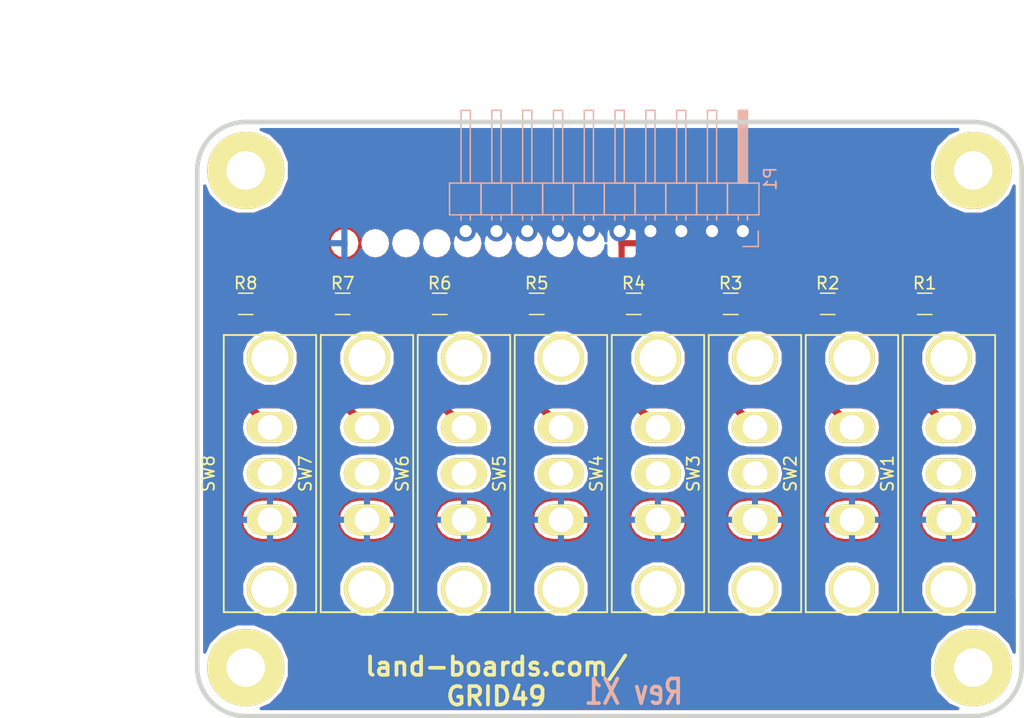
<source format=kicad_pcb>
(kicad_pcb (version 4) (host pcbnew "(after 2015-mar-04 BZR unknown)-product")

  (general
    (links 32)
    (no_connects 9)
    (area 9.809499 9.809499 59.190501 59.190501)
    (thickness 1.6002)
    (drawings 14)
    (tracks 17)
    (zones 0)
    (modules 21)
    (nets 19)
  )

  (page A)
  (title_block
    (date "28 mar 2015")
    (rev X1)
  )

  (layers
    (0 Front signal)
    (31 Back signal)
    (36 B.SilkS user)
    (37 F.SilkS user)
    (38 B.Mask user)
    (39 F.Mask user)
    (40 Dwgs.User user)
    (44 Edge.Cuts user)
  )

  (setup
    (last_trace_width 0.254)
    (user_trace_width 0.254)
    (user_trace_width 0.635)
    (trace_clearance 0.254)
    (zone_clearance 0.3048)
    (zone_45_only no)
    (trace_min 0.2032)
    (segment_width 0.381)
    (edge_width 0.381)
    (via_size 0.889)
    (via_drill 0.635)
    (via_min_size 0.889)
    (via_min_drill 0.508)
    (uvia_size 0.508)
    (uvia_drill 0.127)
    (uvias_allowed no)
    (uvia_min_size 0.508)
    (uvia_min_drill 0.127)
    (pcb_text_width 0.3048)
    (pcb_text_size 1.524 2.032)
    (mod_edge_width 0.381)
    (mod_text_size 1.524 1.524)
    (mod_text_width 0.3048)
    (pad_size 6.35 6.35)
    (pad_drill 3.175)
    (pad_to_mask_clearance 0.1524)
    (aux_axis_origin 0 0)
    (visible_elements 7FFFFF7F)
    (pcbplotparams
      (layerselection 0x010f0_80000001)
      (usegerberextensions true)
      (excludeedgelayer true)
      (linewidth 0.150000)
      (plotframeref false)
      (viasonmask false)
      (mode 1)
      (useauxorigin false)
      (hpglpennumber 1)
      (hpglpenspeed 20)
      (hpglpendiameter 15)
      (hpglpenoverlay 0)
      (psnegative false)
      (psa4output false)
      (plotreference true)
      (plotvalue false)
      (plotinvisibletext false)
      (padsonsilk false)
      (subtractmaskfromsilk false)
      (outputformat 1)
      (mirror false)
      (drillshape 0)
      (scaleselection 1)
      (outputdirectory plots/))
  )

  (net 0 "")
  (net 1 GND)
  (net 2 VCC)
  (net 3 "Net-(P1-Pad2)")
  (net 4 "Net-(P1-Pad3)")
  (net 5 "Net-(P1-Pad4)")
  (net 6 "Net-(P1-Pad5)")
  (net 7 "Net-(P1-Pad6)")
  (net 8 "Net-(P1-Pad7)")
  (net 9 "Net-(P1-Pad8)")
  (net 10 "Net-(P1-Pad9)")
  (net 11 "Net-(R1-Pad1)")
  (net 12 "Net-(R2-Pad1)")
  (net 13 "Net-(R3-Pad1)")
  (net 14 "Net-(R4-Pad1)")
  (net 15 "Net-(R5-Pad1)")
  (net 16 "Net-(R6-Pad1)")
  (net 17 "Net-(R7-Pad1)")
  (net 18 "Net-(R8-Pad1)")

  (net_class Default "This is the default net class."
    (clearance 0.254)
    (trace_width 0.2032)
    (via_dia 0.889)
    (via_drill 0.635)
    (uvia_dia 0.508)
    (uvia_drill 0.127)
    (add_net GND)
    (add_net "Net-(P1-Pad2)")
    (add_net "Net-(P1-Pad3)")
    (add_net "Net-(P1-Pad4)")
    (add_net "Net-(P1-Pad5)")
    (add_net "Net-(P1-Pad6)")
    (add_net "Net-(P1-Pad7)")
    (add_net "Net-(P1-Pad8)")
    (add_net "Net-(P1-Pad9)")
    (add_net "Net-(R1-Pad1)")
    (add_net "Net-(R2-Pad1)")
    (add_net "Net-(R3-Pad1)")
    (add_net "Net-(R4-Pad1)")
    (add_net "Net-(R5-Pad1)")
    (add_net "Net-(R6-Pad1)")
    (add_net "Net-(R7-Pad1)")
    (add_net "Net-(R8-Pad1)")
    (add_net VCC)
  )

  (net_class POWER ""
    (clearance 0.254)
    (trace_width 0.635)
    (via_dia 0.889)
    (via_drill 0.635)
    (uvia_dia 0.508)
    (uvia_drill 0.127)
  )

  (module MTG-4-40 locked (layer Front) (tedit 50F036E3) (tstamp 51AF63A5)
    (at 14 55)
    (path /5030F2C2)
    (fp_text reference MTG3 (at -6.858 -0.635) (layer F.SilkS) hide
      (effects (font (thickness 0.3048)))
    )
    (fp_text value CONN_1 (at 0 -5.08) (layer F.SilkS) hide
      (effects (font (thickness 0.3048)))
    )
    (pad 1 thru_hole circle (at 0 0) (size 6.35 6.35) (drill 3.175) (layers *.Cu *.Mask F.SilkS))
  )

  (module MTG-4-40 locked (layer Front) (tedit 50F036E3) (tstamp 51AF63AA)
    (at 74 55)
    (path /5030F2C1)
    (fp_text reference MTG4 (at -6.858 -0.635) (layer F.SilkS) hide
      (effects (font (thickness 0.3048)))
    )
    (fp_text value CONN_1 (at 0 -5.08) (layer F.SilkS) hide
      (effects (font (thickness 0.3048)))
    )
    (pad 1 thru_hole circle (at 0 0) (size 6.35 6.35) (drill 3.175) (layers *.Cu *.Mask F.SilkS))
  )

  (module MTG-4-40 locked (layer Front) (tedit 50F036E3) (tstamp 51AF63AF)
    (at 74 14)
    (path /5030F2BD)
    (fp_text reference MTG2 (at -6.858 -0.635) (layer F.SilkS) hide
      (effects (font (thickness 0.3048)))
    )
    (fp_text value CONN_1 (at 0 -5.08) (layer F.SilkS) hide
      (effects (font (thickness 0.3048)))
    )
    (pad 1 thru_hole circle (at 0 0) (size 6.35 6.35) (drill 3.175) (layers *.Cu *.Mask F.SilkS))
  )

  (module MTG-4-40 locked (layer Front) (tedit 50F036E3) (tstamp 51AF63B4)
    (at 14 14)
    (path /5030F2A7)
    (fp_text reference MTG1 (at -6.858 -0.635) (layer F.SilkS) hide
      (effects (font (thickness 0.3048)))
    )
    (fp_text value CONN_1 (at 0 -5.08) (layer F.SilkS) hide
      (effects (font (thickness 0.3048)))
    )
    (pad 1 thru_hole circle (at 0 0) (size 6.35 6.35) (drill 3.175) (layers *.Cu *.Mask F.SilkS))
  )

  (module Pin_Headers:Pin_Header_Angled_1x10_Pitch2.54mm (layer Back) (tedit 58CD4EC2) (tstamp 5908D82B)
    (at 55 19 90)
    (descr "Through hole angled pin header, 1x10, 2.54mm pitch, 6mm pin length, single row")
    (tags "Through hole angled pin header THT 1x10 2.54mm single row")
    (path /59090269)
    (fp_text reference P1 (at 4.315 2.27 90) (layer B.SilkS)
      (effects (font (size 1 1) (thickness 0.15)) (justify mirror))
    )
    (fp_text value CONN_01X10 (at 4.315 -25.13 90) (layer B.Fab)
      (effects (font (size 1 1) (thickness 0.15)) (justify mirror))
    )
    (fp_line (start 1.4 1.27) (end 1.4 -1.27) (layer B.Fab) (width 0.1))
    (fp_line (start 1.4 -1.27) (end 3.9 -1.27) (layer B.Fab) (width 0.1))
    (fp_line (start 3.9 -1.27) (end 3.9 1.27) (layer B.Fab) (width 0.1))
    (fp_line (start 3.9 1.27) (end 1.4 1.27) (layer B.Fab) (width 0.1))
    (fp_line (start 0 0.32) (end 0 -0.32) (layer B.Fab) (width 0.1))
    (fp_line (start 0 -0.32) (end 9.9 -0.32) (layer B.Fab) (width 0.1))
    (fp_line (start 9.9 -0.32) (end 9.9 0.32) (layer B.Fab) (width 0.1))
    (fp_line (start 9.9 0.32) (end 0 0.32) (layer B.Fab) (width 0.1))
    (fp_line (start 1.4 -1.27) (end 1.4 -3.81) (layer B.Fab) (width 0.1))
    (fp_line (start 1.4 -3.81) (end 3.9 -3.81) (layer B.Fab) (width 0.1))
    (fp_line (start 3.9 -3.81) (end 3.9 -1.27) (layer B.Fab) (width 0.1))
    (fp_line (start 3.9 -1.27) (end 1.4 -1.27) (layer B.Fab) (width 0.1))
    (fp_line (start 0 -2.22) (end 0 -2.86) (layer B.Fab) (width 0.1))
    (fp_line (start 0 -2.86) (end 9.9 -2.86) (layer B.Fab) (width 0.1))
    (fp_line (start 9.9 -2.86) (end 9.9 -2.22) (layer B.Fab) (width 0.1))
    (fp_line (start 9.9 -2.22) (end 0 -2.22) (layer B.Fab) (width 0.1))
    (fp_line (start 1.4 -3.81) (end 1.4 -6.35) (layer B.Fab) (width 0.1))
    (fp_line (start 1.4 -6.35) (end 3.9 -6.35) (layer B.Fab) (width 0.1))
    (fp_line (start 3.9 -6.35) (end 3.9 -3.81) (layer B.Fab) (width 0.1))
    (fp_line (start 3.9 -3.81) (end 1.4 -3.81) (layer B.Fab) (width 0.1))
    (fp_line (start 0 -4.76) (end 0 -5.4) (layer B.Fab) (width 0.1))
    (fp_line (start 0 -5.4) (end 9.9 -5.4) (layer B.Fab) (width 0.1))
    (fp_line (start 9.9 -5.4) (end 9.9 -4.76) (layer B.Fab) (width 0.1))
    (fp_line (start 9.9 -4.76) (end 0 -4.76) (layer B.Fab) (width 0.1))
    (fp_line (start 1.4 -6.35) (end 1.4 -8.89) (layer B.Fab) (width 0.1))
    (fp_line (start 1.4 -8.89) (end 3.9 -8.89) (layer B.Fab) (width 0.1))
    (fp_line (start 3.9 -8.89) (end 3.9 -6.35) (layer B.Fab) (width 0.1))
    (fp_line (start 3.9 -6.35) (end 1.4 -6.35) (layer B.Fab) (width 0.1))
    (fp_line (start 0 -7.3) (end 0 -7.94) (layer B.Fab) (width 0.1))
    (fp_line (start 0 -7.94) (end 9.9 -7.94) (layer B.Fab) (width 0.1))
    (fp_line (start 9.9 -7.94) (end 9.9 -7.3) (layer B.Fab) (width 0.1))
    (fp_line (start 9.9 -7.3) (end 0 -7.3) (layer B.Fab) (width 0.1))
    (fp_line (start 1.4 -8.89) (end 1.4 -11.43) (layer B.Fab) (width 0.1))
    (fp_line (start 1.4 -11.43) (end 3.9 -11.43) (layer B.Fab) (width 0.1))
    (fp_line (start 3.9 -11.43) (end 3.9 -8.89) (layer B.Fab) (width 0.1))
    (fp_line (start 3.9 -8.89) (end 1.4 -8.89) (layer B.Fab) (width 0.1))
    (fp_line (start 0 -9.84) (end 0 -10.48) (layer B.Fab) (width 0.1))
    (fp_line (start 0 -10.48) (end 9.9 -10.48) (layer B.Fab) (width 0.1))
    (fp_line (start 9.9 -10.48) (end 9.9 -9.84) (layer B.Fab) (width 0.1))
    (fp_line (start 9.9 -9.84) (end 0 -9.84) (layer B.Fab) (width 0.1))
    (fp_line (start 1.4 -11.43) (end 1.4 -13.97) (layer B.Fab) (width 0.1))
    (fp_line (start 1.4 -13.97) (end 3.9 -13.97) (layer B.Fab) (width 0.1))
    (fp_line (start 3.9 -13.97) (end 3.9 -11.43) (layer B.Fab) (width 0.1))
    (fp_line (start 3.9 -11.43) (end 1.4 -11.43) (layer B.Fab) (width 0.1))
    (fp_line (start 0 -12.38) (end 0 -13.02) (layer B.Fab) (width 0.1))
    (fp_line (start 0 -13.02) (end 9.9 -13.02) (layer B.Fab) (width 0.1))
    (fp_line (start 9.9 -13.02) (end 9.9 -12.38) (layer B.Fab) (width 0.1))
    (fp_line (start 9.9 -12.38) (end 0 -12.38) (layer B.Fab) (width 0.1))
    (fp_line (start 1.4 -13.97) (end 1.4 -16.51) (layer B.Fab) (width 0.1))
    (fp_line (start 1.4 -16.51) (end 3.9 -16.51) (layer B.Fab) (width 0.1))
    (fp_line (start 3.9 -16.51) (end 3.9 -13.97) (layer B.Fab) (width 0.1))
    (fp_line (start 3.9 -13.97) (end 1.4 -13.97) (layer B.Fab) (width 0.1))
    (fp_line (start 0 -14.92) (end 0 -15.56) (layer B.Fab) (width 0.1))
    (fp_line (start 0 -15.56) (end 9.9 -15.56) (layer B.Fab) (width 0.1))
    (fp_line (start 9.9 -15.56) (end 9.9 -14.92) (layer B.Fab) (width 0.1))
    (fp_line (start 9.9 -14.92) (end 0 -14.92) (layer B.Fab) (width 0.1))
    (fp_line (start 1.4 -16.51) (end 1.4 -19.05) (layer B.Fab) (width 0.1))
    (fp_line (start 1.4 -19.05) (end 3.9 -19.05) (layer B.Fab) (width 0.1))
    (fp_line (start 3.9 -19.05) (end 3.9 -16.51) (layer B.Fab) (width 0.1))
    (fp_line (start 3.9 -16.51) (end 1.4 -16.51) (layer B.Fab) (width 0.1))
    (fp_line (start 0 -17.46) (end 0 -18.1) (layer B.Fab) (width 0.1))
    (fp_line (start 0 -18.1) (end 9.9 -18.1) (layer B.Fab) (width 0.1))
    (fp_line (start 9.9 -18.1) (end 9.9 -17.46) (layer B.Fab) (width 0.1))
    (fp_line (start 9.9 -17.46) (end 0 -17.46) (layer B.Fab) (width 0.1))
    (fp_line (start 1.4 -19.05) (end 1.4 -21.59) (layer B.Fab) (width 0.1))
    (fp_line (start 1.4 -21.59) (end 3.9 -21.59) (layer B.Fab) (width 0.1))
    (fp_line (start 3.9 -21.59) (end 3.9 -19.05) (layer B.Fab) (width 0.1))
    (fp_line (start 3.9 -19.05) (end 1.4 -19.05) (layer B.Fab) (width 0.1))
    (fp_line (start 0 -20) (end 0 -20.64) (layer B.Fab) (width 0.1))
    (fp_line (start 0 -20.64) (end 9.9 -20.64) (layer B.Fab) (width 0.1))
    (fp_line (start 9.9 -20.64) (end 9.9 -20) (layer B.Fab) (width 0.1))
    (fp_line (start 9.9 -20) (end 0 -20) (layer B.Fab) (width 0.1))
    (fp_line (start 1.4 -21.59) (end 1.4 -24.13) (layer B.Fab) (width 0.1))
    (fp_line (start 1.4 -24.13) (end 3.9 -24.13) (layer B.Fab) (width 0.1))
    (fp_line (start 3.9 -24.13) (end 3.9 -21.59) (layer B.Fab) (width 0.1))
    (fp_line (start 3.9 -21.59) (end 1.4 -21.59) (layer B.Fab) (width 0.1))
    (fp_line (start 0 -22.54) (end 0 -23.18) (layer B.Fab) (width 0.1))
    (fp_line (start 0 -23.18) (end 9.9 -23.18) (layer B.Fab) (width 0.1))
    (fp_line (start 9.9 -23.18) (end 9.9 -22.54) (layer B.Fab) (width 0.1))
    (fp_line (start 9.9 -22.54) (end 0 -22.54) (layer B.Fab) (width 0.1))
    (fp_line (start 1.34 1.33) (end 1.34 -1.27) (layer B.SilkS) (width 0.12))
    (fp_line (start 1.34 -1.27) (end 3.96 -1.27) (layer B.SilkS) (width 0.12))
    (fp_line (start 3.96 -1.27) (end 3.96 1.33) (layer B.SilkS) (width 0.12))
    (fp_line (start 3.96 1.33) (end 1.34 1.33) (layer B.SilkS) (width 0.12))
    (fp_line (start 3.96 0.38) (end 3.96 -0.38) (layer B.SilkS) (width 0.12))
    (fp_line (start 3.96 -0.38) (end 9.96 -0.38) (layer B.SilkS) (width 0.12))
    (fp_line (start 9.96 -0.38) (end 9.96 0.38) (layer B.SilkS) (width 0.12))
    (fp_line (start 9.96 0.38) (end 3.96 0.38) (layer B.SilkS) (width 0.12))
    (fp_line (start 0.91 0.38) (end 1.34 0.38) (layer B.SilkS) (width 0.12))
    (fp_line (start 0.91 -0.38) (end 1.34 -0.38) (layer B.SilkS) (width 0.12))
    (fp_line (start 3.96 0.26) (end 9.96 0.26) (layer B.SilkS) (width 0.12))
    (fp_line (start 3.96 0.14) (end 9.96 0.14) (layer B.SilkS) (width 0.12))
    (fp_line (start 3.96 0.02) (end 9.96 0.02) (layer B.SilkS) (width 0.12))
    (fp_line (start 3.96 -0.1) (end 9.96 -0.1) (layer B.SilkS) (width 0.12))
    (fp_line (start 3.96 -0.22) (end 9.96 -0.22) (layer B.SilkS) (width 0.12))
    (fp_line (start 3.96 -0.34) (end 9.96 -0.34) (layer B.SilkS) (width 0.12))
    (fp_line (start 1.34 -1.27) (end 1.34 -3.81) (layer B.SilkS) (width 0.12))
    (fp_line (start 1.34 -3.81) (end 3.96 -3.81) (layer B.SilkS) (width 0.12))
    (fp_line (start 3.96 -3.81) (end 3.96 -1.27) (layer B.SilkS) (width 0.12))
    (fp_line (start 3.96 -1.27) (end 1.34 -1.27) (layer B.SilkS) (width 0.12))
    (fp_line (start 3.96 -2.16) (end 3.96 -2.92) (layer B.SilkS) (width 0.12))
    (fp_line (start 3.96 -2.92) (end 9.96 -2.92) (layer B.SilkS) (width 0.12))
    (fp_line (start 9.96 -2.92) (end 9.96 -2.16) (layer B.SilkS) (width 0.12))
    (fp_line (start 9.96 -2.16) (end 3.96 -2.16) (layer B.SilkS) (width 0.12))
    (fp_line (start 0.91 -2.16) (end 1.34 -2.16) (layer B.SilkS) (width 0.12))
    (fp_line (start 0.91 -2.92) (end 1.34 -2.92) (layer B.SilkS) (width 0.12))
    (fp_line (start 1.34 -3.81) (end 1.34 -6.35) (layer B.SilkS) (width 0.12))
    (fp_line (start 1.34 -6.35) (end 3.96 -6.35) (layer B.SilkS) (width 0.12))
    (fp_line (start 3.96 -6.35) (end 3.96 -3.81) (layer B.SilkS) (width 0.12))
    (fp_line (start 3.96 -3.81) (end 1.34 -3.81) (layer B.SilkS) (width 0.12))
    (fp_line (start 3.96 -4.7) (end 3.96 -5.46) (layer B.SilkS) (width 0.12))
    (fp_line (start 3.96 -5.46) (end 9.96 -5.46) (layer B.SilkS) (width 0.12))
    (fp_line (start 9.96 -5.46) (end 9.96 -4.7) (layer B.SilkS) (width 0.12))
    (fp_line (start 9.96 -4.7) (end 3.96 -4.7) (layer B.SilkS) (width 0.12))
    (fp_line (start 0.91 -4.7) (end 1.34 -4.7) (layer B.SilkS) (width 0.12))
    (fp_line (start 0.91 -5.46) (end 1.34 -5.46) (layer B.SilkS) (width 0.12))
    (fp_line (start 1.34 -6.35) (end 1.34 -8.89) (layer B.SilkS) (width 0.12))
    (fp_line (start 1.34 -8.89) (end 3.96 -8.89) (layer B.SilkS) (width 0.12))
    (fp_line (start 3.96 -8.89) (end 3.96 -6.35) (layer B.SilkS) (width 0.12))
    (fp_line (start 3.96 -6.35) (end 1.34 -6.35) (layer B.SilkS) (width 0.12))
    (fp_line (start 3.96 -7.24) (end 3.96 -8) (layer B.SilkS) (width 0.12))
    (fp_line (start 3.96 -8) (end 9.96 -8) (layer B.SilkS) (width 0.12))
    (fp_line (start 9.96 -8) (end 9.96 -7.24) (layer B.SilkS) (width 0.12))
    (fp_line (start 9.96 -7.24) (end 3.96 -7.24) (layer B.SilkS) (width 0.12))
    (fp_line (start 0.91 -7.24) (end 1.34 -7.24) (layer B.SilkS) (width 0.12))
    (fp_line (start 0.91 -8) (end 1.34 -8) (layer B.SilkS) (width 0.12))
    (fp_line (start 1.34 -8.89) (end 1.34 -11.43) (layer B.SilkS) (width 0.12))
    (fp_line (start 1.34 -11.43) (end 3.96 -11.43) (layer B.SilkS) (width 0.12))
    (fp_line (start 3.96 -11.43) (end 3.96 -8.89) (layer B.SilkS) (width 0.12))
    (fp_line (start 3.96 -8.89) (end 1.34 -8.89) (layer B.SilkS) (width 0.12))
    (fp_line (start 3.96 -9.78) (end 3.96 -10.54) (layer B.SilkS) (width 0.12))
    (fp_line (start 3.96 -10.54) (end 9.96 -10.54) (layer B.SilkS) (width 0.12))
    (fp_line (start 9.96 -10.54) (end 9.96 -9.78) (layer B.SilkS) (width 0.12))
    (fp_line (start 9.96 -9.78) (end 3.96 -9.78) (layer B.SilkS) (width 0.12))
    (fp_line (start 0.91 -9.78) (end 1.34 -9.78) (layer B.SilkS) (width 0.12))
    (fp_line (start 0.91 -10.54) (end 1.34 -10.54) (layer B.SilkS) (width 0.12))
    (fp_line (start 1.34 -11.43) (end 1.34 -13.97) (layer B.SilkS) (width 0.12))
    (fp_line (start 1.34 -13.97) (end 3.96 -13.97) (layer B.SilkS) (width 0.12))
    (fp_line (start 3.96 -13.97) (end 3.96 -11.43) (layer B.SilkS) (width 0.12))
    (fp_line (start 3.96 -11.43) (end 1.34 -11.43) (layer B.SilkS) (width 0.12))
    (fp_line (start 3.96 -12.32) (end 3.96 -13.08) (layer B.SilkS) (width 0.12))
    (fp_line (start 3.96 -13.08) (end 9.96 -13.08) (layer B.SilkS) (width 0.12))
    (fp_line (start 9.96 -13.08) (end 9.96 -12.32) (layer B.SilkS) (width 0.12))
    (fp_line (start 9.96 -12.32) (end 3.96 -12.32) (layer B.SilkS) (width 0.12))
    (fp_line (start 0.91 -12.32) (end 1.34 -12.32) (layer B.SilkS) (width 0.12))
    (fp_line (start 0.91 -13.08) (end 1.34 -13.08) (layer B.SilkS) (width 0.12))
    (fp_line (start 1.34 -13.97) (end 1.34 -16.51) (layer B.SilkS) (width 0.12))
    (fp_line (start 1.34 -16.51) (end 3.96 -16.51) (layer B.SilkS) (width 0.12))
    (fp_line (start 3.96 -16.51) (end 3.96 -13.97) (layer B.SilkS) (width 0.12))
    (fp_line (start 3.96 -13.97) (end 1.34 -13.97) (layer B.SilkS) (width 0.12))
    (fp_line (start 3.96 -14.86) (end 3.96 -15.62) (layer B.SilkS) (width 0.12))
    (fp_line (start 3.96 -15.62) (end 9.96 -15.62) (layer B.SilkS) (width 0.12))
    (fp_line (start 9.96 -15.62) (end 9.96 -14.86) (layer B.SilkS) (width 0.12))
    (fp_line (start 9.96 -14.86) (end 3.96 -14.86) (layer B.SilkS) (width 0.12))
    (fp_line (start 0.91 -14.86) (end 1.34 -14.86) (layer B.SilkS) (width 0.12))
    (fp_line (start 0.91 -15.62) (end 1.34 -15.62) (layer B.SilkS) (width 0.12))
    (fp_line (start 1.34 -16.51) (end 1.34 -19.05) (layer B.SilkS) (width 0.12))
    (fp_line (start 1.34 -19.05) (end 3.96 -19.05) (layer B.SilkS) (width 0.12))
    (fp_line (start 3.96 -19.05) (end 3.96 -16.51) (layer B.SilkS) (width 0.12))
    (fp_line (start 3.96 -16.51) (end 1.34 -16.51) (layer B.SilkS) (width 0.12))
    (fp_line (start 3.96 -17.4) (end 3.96 -18.16) (layer B.SilkS) (width 0.12))
    (fp_line (start 3.96 -18.16) (end 9.96 -18.16) (layer B.SilkS) (width 0.12))
    (fp_line (start 9.96 -18.16) (end 9.96 -17.4) (layer B.SilkS) (width 0.12))
    (fp_line (start 9.96 -17.4) (end 3.96 -17.4) (layer B.SilkS) (width 0.12))
    (fp_line (start 0.91 -17.4) (end 1.34 -17.4) (layer B.SilkS) (width 0.12))
    (fp_line (start 0.91 -18.16) (end 1.34 -18.16) (layer B.SilkS) (width 0.12))
    (fp_line (start 1.34 -19.05) (end 1.34 -21.59) (layer B.SilkS) (width 0.12))
    (fp_line (start 1.34 -21.59) (end 3.96 -21.59) (layer B.SilkS) (width 0.12))
    (fp_line (start 3.96 -21.59) (end 3.96 -19.05) (layer B.SilkS) (width 0.12))
    (fp_line (start 3.96 -19.05) (end 1.34 -19.05) (layer B.SilkS) (width 0.12))
    (fp_line (start 3.96 -19.94) (end 3.96 -20.7) (layer B.SilkS) (width 0.12))
    (fp_line (start 3.96 -20.7) (end 9.96 -20.7) (layer B.SilkS) (width 0.12))
    (fp_line (start 9.96 -20.7) (end 9.96 -19.94) (layer B.SilkS) (width 0.12))
    (fp_line (start 9.96 -19.94) (end 3.96 -19.94) (layer B.SilkS) (width 0.12))
    (fp_line (start 0.91 -19.94) (end 1.34 -19.94) (layer B.SilkS) (width 0.12))
    (fp_line (start 0.91 -20.7) (end 1.34 -20.7) (layer B.SilkS) (width 0.12))
    (fp_line (start 1.34 -21.59) (end 1.34 -24.19) (layer B.SilkS) (width 0.12))
    (fp_line (start 1.34 -24.19) (end 3.96 -24.19) (layer B.SilkS) (width 0.12))
    (fp_line (start 3.96 -24.19) (end 3.96 -21.59) (layer B.SilkS) (width 0.12))
    (fp_line (start 3.96 -21.59) (end 1.34 -21.59) (layer B.SilkS) (width 0.12))
    (fp_line (start 3.96 -22.48) (end 3.96 -23.24) (layer B.SilkS) (width 0.12))
    (fp_line (start 3.96 -23.24) (end 9.96 -23.24) (layer B.SilkS) (width 0.12))
    (fp_line (start 9.96 -23.24) (end 9.96 -22.48) (layer B.SilkS) (width 0.12))
    (fp_line (start 9.96 -22.48) (end 3.96 -22.48) (layer B.SilkS) (width 0.12))
    (fp_line (start 0.91 -22.48) (end 1.34 -22.48) (layer B.SilkS) (width 0.12))
    (fp_line (start 0.91 -23.24) (end 1.34 -23.24) (layer B.SilkS) (width 0.12))
    (fp_line (start -1.27 0) (end -1.27 1.27) (layer B.SilkS) (width 0.12))
    (fp_line (start -1.27 1.27) (end 0 1.27) (layer B.SilkS) (width 0.12))
    (fp_line (start -1.8 1.8) (end -1.8 -24.65) (layer B.CrtYd) (width 0.05))
    (fp_line (start -1.8 -24.65) (end 10.4 -24.65) (layer B.CrtYd) (width 0.05))
    (fp_line (start 10.4 -24.65) (end 10.4 1.8) (layer B.CrtYd) (width 0.05))
    (fp_line (start 10.4 1.8) (end -1.8 1.8) (layer B.CrtYd) (width 0.05))
    (fp_text user %R (at 4.315 2.27 90) (layer B.Fab)
      (effects (font (size 1 1) (thickness 0.15)) (justify mirror))
    )
    (pad 1 thru_hole rect (at 0 0 90) (size 1.7 1.7) (drill 1) (layers *.Cu *.Mask)
      (net 2 VCC))
    (pad 2 thru_hole oval (at 0 -2.54 90) (size 1.7 1.7) (drill 1) (layers *.Cu *.Mask)
      (net 3 "Net-(P1-Pad2)"))
    (pad 3 thru_hole oval (at 0 -5.08 90) (size 1.7 1.7) (drill 1) (layers *.Cu *.Mask)
      (net 4 "Net-(P1-Pad3)"))
    (pad 4 thru_hole oval (at 0 -7.62 90) (size 1.7 1.7) (drill 1) (layers *.Cu *.Mask)
      (net 5 "Net-(P1-Pad4)"))
    (pad 5 thru_hole oval (at 0 -10.16 90) (size 1.7 1.7) (drill 1) (layers *.Cu *.Mask)
      (net 6 "Net-(P1-Pad5)"))
    (pad 6 thru_hole oval (at 0 -12.7 90) (size 1.7 1.7) (drill 1) (layers *.Cu *.Mask)
      (net 7 "Net-(P1-Pad6)"))
    (pad 7 thru_hole oval (at 0 -15.24 90) (size 1.7 1.7) (drill 1) (layers *.Cu *.Mask)
      (net 8 "Net-(P1-Pad7)"))
    (pad 8 thru_hole oval (at 0 -17.78 90) (size 1.7 1.7) (drill 1) (layers *.Cu *.Mask)
      (net 9 "Net-(P1-Pad8)"))
    (pad 9 thru_hole oval (at 0 -20.32 90) (size 1.7 1.7) (drill 1) (layers *.Cu *.Mask)
      (net 10 "Net-(P1-Pad9)"))
    (pad 10 thru_hole oval (at 0 -22.86 90) (size 1.7 1.7) (drill 1) (layers *.Cu *.Mask)
      (net 1 GND))
    (model ${KISYS3DMOD}/Pin_Headers.3dshapes/Pin_Header_Angled_1x10_Pitch2.54mm.wrl
      (at (xyz 0 -0.45 0))
      (scale (xyz 1 1 1))
      (rotate (xyz 0 0 90))
    )
  )

  (module Resistors_SMD:R_0805_HandSoldering (layer Front) (tedit 58E0A804) (tstamp 5908D909)
    (at 70 25)
    (descr "Resistor SMD 0805, hand soldering")
    (tags "resistor 0805")
    (path /5908EEA7)
    (attr smd)
    (fp_text reference R1 (at 0 -1.7) (layer F.SilkS)
      (effects (font (size 1 1) (thickness 0.15)))
    )
    (fp_text value R (at 0 1.75) (layer F.Fab)
      (effects (font (size 1 1) (thickness 0.15)))
    )
    (fp_text user %R (at 0 0) (layer F.Fab)
      (effects (font (size 0.5 0.5) (thickness 0.075)))
    )
    (fp_line (start -1 0.62) (end -1 -0.62) (layer F.Fab) (width 0.1))
    (fp_line (start 1 0.62) (end -1 0.62) (layer F.Fab) (width 0.1))
    (fp_line (start 1 -0.62) (end 1 0.62) (layer F.Fab) (width 0.1))
    (fp_line (start -1 -0.62) (end 1 -0.62) (layer F.Fab) (width 0.1))
    (fp_line (start 0.6 0.88) (end -0.6 0.88) (layer F.SilkS) (width 0.12))
    (fp_line (start -0.6 -0.88) (end 0.6 -0.88) (layer F.SilkS) (width 0.12))
    (fp_line (start -2.35 -0.9) (end 2.35 -0.9) (layer F.CrtYd) (width 0.05))
    (fp_line (start -2.35 -0.9) (end -2.35 0.9) (layer F.CrtYd) (width 0.05))
    (fp_line (start 2.35 0.9) (end 2.35 -0.9) (layer F.CrtYd) (width 0.05))
    (fp_line (start 2.35 0.9) (end -2.35 0.9) (layer F.CrtYd) (width 0.05))
    (pad 1 smd rect (at -1.35 0) (size 1.5 1.3) (layers Front F.Mask)
      (net 11 "Net-(R1-Pad1)"))
    (pad 2 smd rect (at 1.35 0) (size 1.5 1.3) (layers Front F.Mask)
      (net 2 VCC))
    (model ${KISYS3DMOD}/Resistors_SMD.3dshapes/R_0805.wrl
      (at (xyz 0 0 0))
      (scale (xyz 1 1 1))
      (rotate (xyz 0 0 0))
    )
  )

  (module Resistors_SMD:R_0805_HandSoldering (layer Front) (tedit 58E0A804) (tstamp 5908D91A)
    (at 62 25)
    (descr "Resistor SMD 0805, hand soldering")
    (tags "resistor 0805")
    (path /5908EEA0)
    (attr smd)
    (fp_text reference R2 (at 0 -1.7) (layer F.SilkS)
      (effects (font (size 1 1) (thickness 0.15)))
    )
    (fp_text value R (at 0 1.75) (layer F.Fab)
      (effects (font (size 1 1) (thickness 0.15)))
    )
    (fp_text user %R (at 0 0) (layer F.Fab)
      (effects (font (size 0.5 0.5) (thickness 0.075)))
    )
    (fp_line (start -1 0.62) (end -1 -0.62) (layer F.Fab) (width 0.1))
    (fp_line (start 1 0.62) (end -1 0.62) (layer F.Fab) (width 0.1))
    (fp_line (start 1 -0.62) (end 1 0.62) (layer F.Fab) (width 0.1))
    (fp_line (start -1 -0.62) (end 1 -0.62) (layer F.Fab) (width 0.1))
    (fp_line (start 0.6 0.88) (end -0.6 0.88) (layer F.SilkS) (width 0.12))
    (fp_line (start -0.6 -0.88) (end 0.6 -0.88) (layer F.SilkS) (width 0.12))
    (fp_line (start -2.35 -0.9) (end 2.35 -0.9) (layer F.CrtYd) (width 0.05))
    (fp_line (start -2.35 -0.9) (end -2.35 0.9) (layer F.CrtYd) (width 0.05))
    (fp_line (start 2.35 0.9) (end 2.35 -0.9) (layer F.CrtYd) (width 0.05))
    (fp_line (start 2.35 0.9) (end -2.35 0.9) (layer F.CrtYd) (width 0.05))
    (pad 1 smd rect (at -1.35 0) (size 1.5 1.3) (layers Front F.Mask)
      (net 12 "Net-(R2-Pad1)"))
    (pad 2 smd rect (at 1.35 0) (size 1.5 1.3) (layers Front F.Mask)
      (net 2 VCC))
    (model ${KISYS3DMOD}/Resistors_SMD.3dshapes/R_0805.wrl
      (at (xyz 0 0 0))
      (scale (xyz 1 1 1))
      (rotate (xyz 0 0 0))
    )
  )

  (module Resistors_SMD:R_0805_HandSoldering (layer Front) (tedit 58E0A804) (tstamp 5908D92B)
    (at 54 25)
    (descr "Resistor SMD 0805, hand soldering")
    (tags "resistor 0805")
    (path /5908EE99)
    (attr smd)
    (fp_text reference R3 (at 0 -1.7) (layer F.SilkS)
      (effects (font (size 1 1) (thickness 0.15)))
    )
    (fp_text value R (at 0 1.75) (layer F.Fab)
      (effects (font (size 1 1) (thickness 0.15)))
    )
    (fp_text user %R (at 0 0) (layer F.Fab)
      (effects (font (size 0.5 0.5) (thickness 0.075)))
    )
    (fp_line (start -1 0.62) (end -1 -0.62) (layer F.Fab) (width 0.1))
    (fp_line (start 1 0.62) (end -1 0.62) (layer F.Fab) (width 0.1))
    (fp_line (start 1 -0.62) (end 1 0.62) (layer F.Fab) (width 0.1))
    (fp_line (start -1 -0.62) (end 1 -0.62) (layer F.Fab) (width 0.1))
    (fp_line (start 0.6 0.88) (end -0.6 0.88) (layer F.SilkS) (width 0.12))
    (fp_line (start -0.6 -0.88) (end 0.6 -0.88) (layer F.SilkS) (width 0.12))
    (fp_line (start -2.35 -0.9) (end 2.35 -0.9) (layer F.CrtYd) (width 0.05))
    (fp_line (start -2.35 -0.9) (end -2.35 0.9) (layer F.CrtYd) (width 0.05))
    (fp_line (start 2.35 0.9) (end 2.35 -0.9) (layer F.CrtYd) (width 0.05))
    (fp_line (start 2.35 0.9) (end -2.35 0.9) (layer F.CrtYd) (width 0.05))
    (pad 1 smd rect (at -1.35 0) (size 1.5 1.3) (layers Front F.Mask)
      (net 13 "Net-(R3-Pad1)"))
    (pad 2 smd rect (at 1.35 0) (size 1.5 1.3) (layers Front F.Mask)
      (net 2 VCC))
    (model ${KISYS3DMOD}/Resistors_SMD.3dshapes/R_0805.wrl
      (at (xyz 0 0 0))
      (scale (xyz 1 1 1))
      (rotate (xyz 0 0 0))
    )
  )

  (module Resistors_SMD:R_0805_HandSoldering (layer Front) (tedit 58E0A804) (tstamp 5908D93C)
    (at 46 25)
    (descr "Resistor SMD 0805, hand soldering")
    (tags "resistor 0805")
    (path /5908EE92)
    (attr smd)
    (fp_text reference R4 (at 0 -1.7) (layer F.SilkS)
      (effects (font (size 1 1) (thickness 0.15)))
    )
    (fp_text value R (at 0 1.75) (layer F.Fab)
      (effects (font (size 1 1) (thickness 0.15)))
    )
    (fp_text user %R (at 0 0) (layer F.Fab)
      (effects (font (size 0.5 0.5) (thickness 0.075)))
    )
    (fp_line (start -1 0.62) (end -1 -0.62) (layer F.Fab) (width 0.1))
    (fp_line (start 1 0.62) (end -1 0.62) (layer F.Fab) (width 0.1))
    (fp_line (start 1 -0.62) (end 1 0.62) (layer F.Fab) (width 0.1))
    (fp_line (start -1 -0.62) (end 1 -0.62) (layer F.Fab) (width 0.1))
    (fp_line (start 0.6 0.88) (end -0.6 0.88) (layer F.SilkS) (width 0.12))
    (fp_line (start -0.6 -0.88) (end 0.6 -0.88) (layer F.SilkS) (width 0.12))
    (fp_line (start -2.35 -0.9) (end 2.35 -0.9) (layer F.CrtYd) (width 0.05))
    (fp_line (start -2.35 -0.9) (end -2.35 0.9) (layer F.CrtYd) (width 0.05))
    (fp_line (start 2.35 0.9) (end 2.35 -0.9) (layer F.CrtYd) (width 0.05))
    (fp_line (start 2.35 0.9) (end -2.35 0.9) (layer F.CrtYd) (width 0.05))
    (pad 1 smd rect (at -1.35 0) (size 1.5 1.3) (layers Front F.Mask)
      (net 14 "Net-(R4-Pad1)"))
    (pad 2 smd rect (at 1.35 0) (size 1.5 1.3) (layers Front F.Mask)
      (net 2 VCC))
    (model ${KISYS3DMOD}/Resistors_SMD.3dshapes/R_0805.wrl
      (at (xyz 0 0 0))
      (scale (xyz 1 1 1))
      (rotate (xyz 0 0 0))
    )
  )

  (module Resistors_SMD:R_0805_HandSoldering (layer Front) (tedit 58E0A804) (tstamp 5908D94D)
    (at 38 25)
    (descr "Resistor SMD 0805, hand soldering")
    (tags "resistor 0805")
    (path /5908EB8B)
    (attr smd)
    (fp_text reference R5 (at 0 -1.7) (layer F.SilkS)
      (effects (font (size 1 1) (thickness 0.15)))
    )
    (fp_text value R (at 0 1.75) (layer F.Fab)
      (effects (font (size 1 1) (thickness 0.15)))
    )
    (fp_text user %R (at 0 0) (layer F.Fab)
      (effects (font (size 0.5 0.5) (thickness 0.075)))
    )
    (fp_line (start -1 0.62) (end -1 -0.62) (layer F.Fab) (width 0.1))
    (fp_line (start 1 0.62) (end -1 0.62) (layer F.Fab) (width 0.1))
    (fp_line (start 1 -0.62) (end 1 0.62) (layer F.Fab) (width 0.1))
    (fp_line (start -1 -0.62) (end 1 -0.62) (layer F.Fab) (width 0.1))
    (fp_line (start 0.6 0.88) (end -0.6 0.88) (layer F.SilkS) (width 0.12))
    (fp_line (start -0.6 -0.88) (end 0.6 -0.88) (layer F.SilkS) (width 0.12))
    (fp_line (start -2.35 -0.9) (end 2.35 -0.9) (layer F.CrtYd) (width 0.05))
    (fp_line (start -2.35 -0.9) (end -2.35 0.9) (layer F.CrtYd) (width 0.05))
    (fp_line (start 2.35 0.9) (end 2.35 -0.9) (layer F.CrtYd) (width 0.05))
    (fp_line (start 2.35 0.9) (end -2.35 0.9) (layer F.CrtYd) (width 0.05))
    (pad 1 smd rect (at -1.35 0) (size 1.5 1.3) (layers Front F.Mask)
      (net 15 "Net-(R5-Pad1)"))
    (pad 2 smd rect (at 1.35 0) (size 1.5 1.3) (layers Front F.Mask)
      (net 2 VCC))
    (model ${KISYS3DMOD}/Resistors_SMD.3dshapes/R_0805.wrl
      (at (xyz 0 0 0))
      (scale (xyz 1 1 1))
      (rotate (xyz 0 0 0))
    )
  )

  (module Resistors_SMD:R_0805_HandSoldering (layer Front) (tedit 58E0A804) (tstamp 5908D95E)
    (at 30 25)
    (descr "Resistor SMD 0805, hand soldering")
    (tags "resistor 0805")
    (path /5908EB84)
    (attr smd)
    (fp_text reference R6 (at 0 -1.7) (layer F.SilkS)
      (effects (font (size 1 1) (thickness 0.15)))
    )
    (fp_text value R (at 0 1.75) (layer F.Fab)
      (effects (font (size 1 1) (thickness 0.15)))
    )
    (fp_text user %R (at 0 0) (layer F.Fab)
      (effects (font (size 0.5 0.5) (thickness 0.075)))
    )
    (fp_line (start -1 0.62) (end -1 -0.62) (layer F.Fab) (width 0.1))
    (fp_line (start 1 0.62) (end -1 0.62) (layer F.Fab) (width 0.1))
    (fp_line (start 1 -0.62) (end 1 0.62) (layer F.Fab) (width 0.1))
    (fp_line (start -1 -0.62) (end 1 -0.62) (layer F.Fab) (width 0.1))
    (fp_line (start 0.6 0.88) (end -0.6 0.88) (layer F.SilkS) (width 0.12))
    (fp_line (start -0.6 -0.88) (end 0.6 -0.88) (layer F.SilkS) (width 0.12))
    (fp_line (start -2.35 -0.9) (end 2.35 -0.9) (layer F.CrtYd) (width 0.05))
    (fp_line (start -2.35 -0.9) (end -2.35 0.9) (layer F.CrtYd) (width 0.05))
    (fp_line (start 2.35 0.9) (end 2.35 -0.9) (layer F.CrtYd) (width 0.05))
    (fp_line (start 2.35 0.9) (end -2.35 0.9) (layer F.CrtYd) (width 0.05))
    (pad 1 smd rect (at -1.35 0) (size 1.5 1.3) (layers Front F.Mask)
      (net 16 "Net-(R6-Pad1)"))
    (pad 2 smd rect (at 1.35 0) (size 1.5 1.3) (layers Front F.Mask)
      (net 2 VCC))
    (model ${KISYS3DMOD}/Resistors_SMD.3dshapes/R_0805.wrl
      (at (xyz 0 0 0))
      (scale (xyz 1 1 1))
      (rotate (xyz 0 0 0))
    )
  )

  (module Resistors_SMD:R_0805_HandSoldering (layer Front) (tedit 58E0A804) (tstamp 5908D96F)
    (at 22 25)
    (descr "Resistor SMD 0805, hand soldering")
    (tags "resistor 0805")
    (path /5908E939)
    (attr smd)
    (fp_text reference R7 (at 0 -1.7) (layer F.SilkS)
      (effects (font (size 1 1) (thickness 0.15)))
    )
    (fp_text value R (at 0 1.75) (layer F.Fab)
      (effects (font (size 1 1) (thickness 0.15)))
    )
    (fp_text user %R (at 0 0) (layer F.Fab)
      (effects (font (size 0.5 0.5) (thickness 0.075)))
    )
    (fp_line (start -1 0.62) (end -1 -0.62) (layer F.Fab) (width 0.1))
    (fp_line (start 1 0.62) (end -1 0.62) (layer F.Fab) (width 0.1))
    (fp_line (start 1 -0.62) (end 1 0.62) (layer F.Fab) (width 0.1))
    (fp_line (start -1 -0.62) (end 1 -0.62) (layer F.Fab) (width 0.1))
    (fp_line (start 0.6 0.88) (end -0.6 0.88) (layer F.SilkS) (width 0.12))
    (fp_line (start -0.6 -0.88) (end 0.6 -0.88) (layer F.SilkS) (width 0.12))
    (fp_line (start -2.35 -0.9) (end 2.35 -0.9) (layer F.CrtYd) (width 0.05))
    (fp_line (start -2.35 -0.9) (end -2.35 0.9) (layer F.CrtYd) (width 0.05))
    (fp_line (start 2.35 0.9) (end 2.35 -0.9) (layer F.CrtYd) (width 0.05))
    (fp_line (start 2.35 0.9) (end -2.35 0.9) (layer F.CrtYd) (width 0.05))
    (pad 1 smd rect (at -1.35 0) (size 1.5 1.3) (layers Front F.Mask)
      (net 17 "Net-(R7-Pad1)"))
    (pad 2 smd rect (at 1.35 0) (size 1.5 1.3) (layers Front F.Mask)
      (net 2 VCC))
    (model ${KISYS3DMOD}/Resistors_SMD.3dshapes/R_0805.wrl
      (at (xyz 0 0 0))
      (scale (xyz 1 1 1))
      (rotate (xyz 0 0 0))
    )
  )

  (module Resistors_SMD:R_0805_HandSoldering (layer Front) (tedit 58E0A804) (tstamp 5908D980)
    (at 14 25)
    (descr "Resistor SMD 0805, hand soldering")
    (tags "resistor 0805")
    (path /5908E66A)
    (attr smd)
    (fp_text reference R8 (at 0 -1.7) (layer F.SilkS)
      (effects (font (size 1 1) (thickness 0.15)))
    )
    (fp_text value R (at 0 1.75) (layer F.Fab)
      (effects (font (size 1 1) (thickness 0.15)))
    )
    (fp_text user %R (at 0 0) (layer F.Fab)
      (effects (font (size 0.5 0.5) (thickness 0.075)))
    )
    (fp_line (start -1 0.62) (end -1 -0.62) (layer F.Fab) (width 0.1))
    (fp_line (start 1 0.62) (end -1 0.62) (layer F.Fab) (width 0.1))
    (fp_line (start 1 -0.62) (end 1 0.62) (layer F.Fab) (width 0.1))
    (fp_line (start -1 -0.62) (end 1 -0.62) (layer F.Fab) (width 0.1))
    (fp_line (start 0.6 0.88) (end -0.6 0.88) (layer F.SilkS) (width 0.12))
    (fp_line (start -0.6 -0.88) (end 0.6 -0.88) (layer F.SilkS) (width 0.12))
    (fp_line (start -2.35 -0.9) (end 2.35 -0.9) (layer F.CrtYd) (width 0.05))
    (fp_line (start -2.35 -0.9) (end -2.35 0.9) (layer F.CrtYd) (width 0.05))
    (fp_line (start 2.35 0.9) (end 2.35 -0.9) (layer F.CrtYd) (width 0.05))
    (fp_line (start 2.35 0.9) (end -2.35 0.9) (layer F.CrtYd) (width 0.05))
    (pad 1 smd rect (at -1.35 0) (size 1.5 1.3) (layers Front F.Mask)
      (net 18 "Net-(R8-Pad1)"))
    (pad 2 smd rect (at 1.35 0) (size 1.5 1.3) (layers Front F.Mask)
      (net 2 VCC))
    (model ${KISYS3DMOD}/Resistors_SMD.3dshapes/R_0805.wrl
      (at (xyz 0 0 0))
      (scale (xyz 1 1 1))
      (rotate (xyz 0 0 0))
    )
  )

  (module DougsNewMods:SW-SPDT-SLIDE (layer Front) (tedit 51B1D341) (tstamp 5908D98D)
    (at 72 39 90)
    (path /5909161D)
    (fp_text reference SW1 (at 0 -5.08 90) (layer F.SilkS)
      (effects (font (size 1 1) (thickness 0.15)))
    )
    (fp_text value Switch_SPDT_x2 (at 0 5.08 90) (layer F.SilkS) hide
      (effects (font (size 1 1) (thickness 0.15)))
    )
    (fp_line (start 11.43 -3.81) (end 11.43 3.81) (layer F.SilkS) (width 0.15))
    (fp_line (start -11.43 -3.81) (end -11.43 3.81) (layer F.SilkS) (width 0.15))
    (fp_line (start 11.43 3.81) (end -11.43 3.81) (layer F.SilkS) (width 0.15))
    (fp_line (start -11.43 -3.81) (end 11.43 -3.81) (layer F.SilkS) (width 0.15))
    (pad 1 thru_hole oval (at -3.81 0 90) (size 2.54 3.81) (drill 2.032) (layers *.Cu *.Mask F.SilkS)
      (net 1 GND))
    (pad 2 thru_hole oval (at 0 0 90) (size 2.54 3.81) (drill 2.032) (layers *.Cu *.Mask F.SilkS)
      (net 3 "Net-(P1-Pad2)"))
    (pad 3 thru_hole oval (at 3.81 0 90) (size 2.54 3.81) (drill 2.032) (layers *.Cu *.Mask F.SilkS)
      (net 11 "Net-(R1-Pad1)"))
    (pad "" thru_hole circle (at -9.525 0 90) (size 3.81 3.81) (drill 3.048) (layers *.Cu *.Mask F.SilkS))
    (pad "" thru_hole circle (at 9.525 0 90) (size 3.81 3.81) (drill 3.048) (layers *.Cu *.Mask F.SilkS))
  )

  (module DougsNewMods:SW-SPDT-SLIDE (layer Front) (tedit 51B1D341) (tstamp 5908D99A)
    (at 64 39 90)
    (path /59091617)
    (fp_text reference SW2 (at 0 -5.08 90) (layer F.SilkS)
      (effects (font (size 1 1) (thickness 0.15)))
    )
    (fp_text value Switch_SPDT_x2 (at 0 5.08 90) (layer F.SilkS) hide
      (effects (font (size 1 1) (thickness 0.15)))
    )
    (fp_line (start 11.43 -3.81) (end 11.43 3.81) (layer F.SilkS) (width 0.15))
    (fp_line (start -11.43 -3.81) (end -11.43 3.81) (layer F.SilkS) (width 0.15))
    (fp_line (start 11.43 3.81) (end -11.43 3.81) (layer F.SilkS) (width 0.15))
    (fp_line (start -11.43 -3.81) (end 11.43 -3.81) (layer F.SilkS) (width 0.15))
    (pad 1 thru_hole oval (at -3.81 0 90) (size 2.54 3.81) (drill 2.032) (layers *.Cu *.Mask F.SilkS)
      (net 1 GND))
    (pad 2 thru_hole oval (at 0 0 90) (size 2.54 3.81) (drill 2.032) (layers *.Cu *.Mask F.SilkS)
      (net 4 "Net-(P1-Pad3)"))
    (pad 3 thru_hole oval (at 3.81 0 90) (size 2.54 3.81) (drill 2.032) (layers *.Cu *.Mask F.SilkS)
      (net 12 "Net-(R2-Pad1)"))
    (pad "" thru_hole circle (at -9.525 0 90) (size 3.81 3.81) (drill 3.048) (layers *.Cu *.Mask F.SilkS))
    (pad "" thru_hole circle (at 9.525 0 90) (size 3.81 3.81) (drill 3.048) (layers *.Cu *.Mask F.SilkS))
  )

  (module DougsNewMods:SW-SPDT-SLIDE (layer Front) (tedit 51B1D341) (tstamp 5908D9A7)
    (at 56 39 90)
    (path /59091611)
    (fp_text reference SW3 (at 0 -5.08 90) (layer F.SilkS)
      (effects (font (size 1 1) (thickness 0.15)))
    )
    (fp_text value Switch_SPDT_x2 (at 0 5.08 90) (layer F.SilkS) hide
      (effects (font (size 1 1) (thickness 0.15)))
    )
    (fp_line (start 11.43 -3.81) (end 11.43 3.81) (layer F.SilkS) (width 0.15))
    (fp_line (start -11.43 -3.81) (end -11.43 3.81) (layer F.SilkS) (width 0.15))
    (fp_line (start 11.43 3.81) (end -11.43 3.81) (layer F.SilkS) (width 0.15))
    (fp_line (start -11.43 -3.81) (end 11.43 -3.81) (layer F.SilkS) (width 0.15))
    (pad 1 thru_hole oval (at -3.81 0 90) (size 2.54 3.81) (drill 2.032) (layers *.Cu *.Mask F.SilkS)
      (net 1 GND))
    (pad 2 thru_hole oval (at 0 0 90) (size 2.54 3.81) (drill 2.032) (layers *.Cu *.Mask F.SilkS)
      (net 5 "Net-(P1-Pad4)"))
    (pad 3 thru_hole oval (at 3.81 0 90) (size 2.54 3.81) (drill 2.032) (layers *.Cu *.Mask F.SilkS)
      (net 13 "Net-(R3-Pad1)"))
    (pad "" thru_hole circle (at -9.525 0 90) (size 3.81 3.81) (drill 3.048) (layers *.Cu *.Mask F.SilkS))
    (pad "" thru_hole circle (at 9.525 0 90) (size 3.81 3.81) (drill 3.048) (layers *.Cu *.Mask F.SilkS))
  )

  (module DougsNewMods:SW-SPDT-SLIDE (layer Front) (tedit 51B1D341) (tstamp 5908D9B4)
    (at 48 39 90)
    (path /5909160B)
    (fp_text reference SW4 (at 0 -5.08 90) (layer F.SilkS)
      (effects (font (size 1 1) (thickness 0.15)))
    )
    (fp_text value Switch_SPDT_x2 (at 0 5.08 90) (layer F.SilkS) hide
      (effects (font (size 1 1) (thickness 0.15)))
    )
    (fp_line (start 11.43 -3.81) (end 11.43 3.81) (layer F.SilkS) (width 0.15))
    (fp_line (start -11.43 -3.81) (end -11.43 3.81) (layer F.SilkS) (width 0.15))
    (fp_line (start 11.43 3.81) (end -11.43 3.81) (layer F.SilkS) (width 0.15))
    (fp_line (start -11.43 -3.81) (end 11.43 -3.81) (layer F.SilkS) (width 0.15))
    (pad 1 thru_hole oval (at -3.81 0 90) (size 2.54 3.81) (drill 2.032) (layers *.Cu *.Mask F.SilkS)
      (net 1 GND))
    (pad 2 thru_hole oval (at 0 0 90) (size 2.54 3.81) (drill 2.032) (layers *.Cu *.Mask F.SilkS)
      (net 6 "Net-(P1-Pad5)"))
    (pad 3 thru_hole oval (at 3.81 0 90) (size 2.54 3.81) (drill 2.032) (layers *.Cu *.Mask F.SilkS)
      (net 14 "Net-(R4-Pad1)"))
    (pad "" thru_hole circle (at -9.525 0 90) (size 3.81 3.81) (drill 3.048) (layers *.Cu *.Mask F.SilkS))
    (pad "" thru_hole circle (at 9.525 0 90) (size 3.81 3.81) (drill 3.048) (layers *.Cu *.Mask F.SilkS))
  )

  (module DougsNewMods:SW-SPDT-SLIDE (layer Front) (tedit 51B1D341) (tstamp 5908D9C1)
    (at 40 39 90)
    (path /59091477)
    (fp_text reference SW5 (at 0 -5.08 90) (layer F.SilkS)
      (effects (font (size 1 1) (thickness 0.15)))
    )
    (fp_text value Switch_SPDT_x2 (at 0 5.08 90) (layer F.SilkS) hide
      (effects (font (size 1 1) (thickness 0.15)))
    )
    (fp_line (start 11.43 -3.81) (end 11.43 3.81) (layer F.SilkS) (width 0.15))
    (fp_line (start -11.43 -3.81) (end -11.43 3.81) (layer F.SilkS) (width 0.15))
    (fp_line (start 11.43 3.81) (end -11.43 3.81) (layer F.SilkS) (width 0.15))
    (fp_line (start -11.43 -3.81) (end 11.43 -3.81) (layer F.SilkS) (width 0.15))
    (pad 1 thru_hole oval (at -3.81 0 90) (size 2.54 3.81) (drill 2.032) (layers *.Cu *.Mask F.SilkS)
      (net 1 GND))
    (pad 2 thru_hole oval (at 0 0 90) (size 2.54 3.81) (drill 2.032) (layers *.Cu *.Mask F.SilkS)
      (net 7 "Net-(P1-Pad6)"))
    (pad 3 thru_hole oval (at 3.81 0 90) (size 2.54 3.81) (drill 2.032) (layers *.Cu *.Mask F.SilkS)
      (net 15 "Net-(R5-Pad1)"))
    (pad "" thru_hole circle (at -9.525 0 90) (size 3.81 3.81) (drill 3.048) (layers *.Cu *.Mask F.SilkS))
    (pad "" thru_hole circle (at 9.525 0 90) (size 3.81 3.81) (drill 3.048) (layers *.Cu *.Mask F.SilkS))
  )

  (module DougsNewMods:SW-SPDT-SLIDE (layer Front) (tedit 51B1D341) (tstamp 5908D9CE)
    (at 32 39 90)
    (path /59091471)
    (fp_text reference SW6 (at 0 -5.08 90) (layer F.SilkS)
      (effects (font (size 1 1) (thickness 0.15)))
    )
    (fp_text value Switch_SPDT_x2 (at 0 5.08 90) (layer F.SilkS) hide
      (effects (font (size 1 1) (thickness 0.15)))
    )
    (fp_line (start 11.43 -3.81) (end 11.43 3.81) (layer F.SilkS) (width 0.15))
    (fp_line (start -11.43 -3.81) (end -11.43 3.81) (layer F.SilkS) (width 0.15))
    (fp_line (start 11.43 3.81) (end -11.43 3.81) (layer F.SilkS) (width 0.15))
    (fp_line (start -11.43 -3.81) (end 11.43 -3.81) (layer F.SilkS) (width 0.15))
    (pad 1 thru_hole oval (at -3.81 0 90) (size 2.54 3.81) (drill 2.032) (layers *.Cu *.Mask F.SilkS)
      (net 1 GND))
    (pad 2 thru_hole oval (at 0 0 90) (size 2.54 3.81) (drill 2.032) (layers *.Cu *.Mask F.SilkS)
      (net 8 "Net-(P1-Pad7)"))
    (pad 3 thru_hole oval (at 3.81 0 90) (size 2.54 3.81) (drill 2.032) (layers *.Cu *.Mask F.SilkS)
      (net 16 "Net-(R6-Pad1)"))
    (pad "" thru_hole circle (at -9.525 0 90) (size 3.81 3.81) (drill 3.048) (layers *.Cu *.Mask F.SilkS))
    (pad "" thru_hole circle (at 9.525 0 90) (size 3.81 3.81) (drill 3.048) (layers *.Cu *.Mask F.SilkS))
  )

  (module DougsNewMods:SW-SPDT-SLIDE (layer Front) (tedit 51B1D341) (tstamp 5908D9DB)
    (at 24 39 90)
    (path /590911F0)
    (fp_text reference SW7 (at 0 -5.08 90) (layer F.SilkS)
      (effects (font (size 1 1) (thickness 0.15)))
    )
    (fp_text value Switch_SPDT_x2 (at 0 5.08 90) (layer F.SilkS) hide
      (effects (font (size 1 1) (thickness 0.15)))
    )
    (fp_line (start 11.43 -3.81) (end 11.43 3.81) (layer F.SilkS) (width 0.15))
    (fp_line (start -11.43 -3.81) (end -11.43 3.81) (layer F.SilkS) (width 0.15))
    (fp_line (start 11.43 3.81) (end -11.43 3.81) (layer F.SilkS) (width 0.15))
    (fp_line (start -11.43 -3.81) (end 11.43 -3.81) (layer F.SilkS) (width 0.15))
    (pad 1 thru_hole oval (at -3.81 0 90) (size 2.54 3.81) (drill 2.032) (layers *.Cu *.Mask F.SilkS)
      (net 1 GND))
    (pad 2 thru_hole oval (at 0 0 90) (size 2.54 3.81) (drill 2.032) (layers *.Cu *.Mask F.SilkS)
      (net 9 "Net-(P1-Pad8)"))
    (pad 3 thru_hole oval (at 3.81 0 90) (size 2.54 3.81) (drill 2.032) (layers *.Cu *.Mask F.SilkS)
      (net 17 "Net-(R7-Pad1)"))
    (pad "" thru_hole circle (at -9.525 0 90) (size 3.81 3.81) (drill 3.048) (layers *.Cu *.Mask F.SilkS))
    (pad "" thru_hole circle (at 9.525 0 90) (size 3.81 3.81) (drill 3.048) (layers *.Cu *.Mask F.SilkS))
  )

  (module DougsNewMods:SW-SPDT-SLIDE (layer Front) (tedit 51B1D341) (tstamp 5908D9E8)
    (at 16 39 90)
    (path /5908DD61)
    (fp_text reference SW8 (at 0 -5.08 90) (layer F.SilkS)
      (effects (font (size 1 1) (thickness 0.15)))
    )
    (fp_text value Switch_SPDT_x2 (at 0 5.08 90) (layer F.SilkS) hide
      (effects (font (size 1 1) (thickness 0.15)))
    )
    (fp_line (start 11.43 -3.81) (end 11.43 3.81) (layer F.SilkS) (width 0.15))
    (fp_line (start -11.43 -3.81) (end -11.43 3.81) (layer F.SilkS) (width 0.15))
    (fp_line (start 11.43 3.81) (end -11.43 3.81) (layer F.SilkS) (width 0.15))
    (fp_line (start -11.43 -3.81) (end 11.43 -3.81) (layer F.SilkS) (width 0.15))
    (pad 1 thru_hole oval (at -3.81 0 90) (size 2.54 3.81) (drill 2.032) (layers *.Cu *.Mask F.SilkS)
      (net 1 GND))
    (pad 2 thru_hole oval (at 0 0 90) (size 2.54 3.81) (drill 2.032) (layers *.Cu *.Mask F.SilkS)
      (net 10 "Net-(P1-Pad9)"))
    (pad 3 thru_hole oval (at 3.81 0 90) (size 2.54 3.81) (drill 2.032) (layers *.Cu *.Mask F.SilkS)
      (net 18 "Net-(R8-Pad1)"))
    (pad "" thru_hole circle (at -9.525 0 90) (size 3.81 3.81) (drill 3.048) (layers *.Cu *.Mask F.SilkS))
    (pad "" thru_hole circle (at 9.525 0 90) (size 3.81 3.81) (drill 3.048) (layers *.Cu *.Mask F.SilkS))
  )

  (gr_line (start 14 59) (end 74 59) (angle 90) (layer Edge.Cuts) (width 0.381))
  (gr_line (start 74 10) (end 14 10) (angle 90) (layer Edge.Cuts) (width 0.381))
  (gr_text "land-boards.com/\nGRID49" (at 34.671 56.134) (layer F.SilkS)
    (effects (font (thickness 0.3048)))
  )
  (gr_text "Rev X1" (at 46 57) (layer B.SilkS)
    (effects (font (size 2.032 1.524) (thickness 0.3048)) (justify mirror))
  )
  (dimension 49 (width 0.3048) (layer Dwgs.User)
    (gr_text "49.000 mm" (at 0.3744 34.5 90) (layer Dwgs.User)
      (effects (font (size 2.032 1.524) (thickness 0.3048)))
    )
    (feature1 (pts (xy 14 10) (xy -1.2512 10)))
    (feature2 (pts (xy 14 59) (xy -1.2512 59)))
    (crossbar (pts (xy 2 59) (xy 2 10)))
    (arrow1a (pts (xy 2 10) (xy 2.58642 11.126503)))
    (arrow1b (pts (xy 2 10) (xy 1.41358 11.126503)))
    (arrow2a (pts (xy 2 59) (xy 2.58642 57.873497)))
    (arrow2b (pts (xy 2 59) (xy 1.41358 57.873497)))
  )
  (dimension 49 (width 0.3048) (layer Dwgs.User)
    (gr_text "49.000 mm" (at 34.5 2.374401) (layer Dwgs.User)
      (effects (font (size 2.032 1.524) (thickness 0.3048)))
    )
    (feature1 (pts (xy 10 14) (xy 10 0.748801)))
    (feature2 (pts (xy 59 14) (xy 59 0.748801)))
    (crossbar (pts (xy 59 4.000001) (xy 10 4.000001)))
    (arrow1a (pts (xy 10 4.000001) (xy 11.126503 3.413581)))
    (arrow1b (pts (xy 10 4.000001) (xy 11.126503 4.586421)))
    (arrow2a (pts (xy 59 4.000001) (xy 57.873497 3.413581)))
    (arrow2b (pts (xy 59 4.000001) (xy 57.873497 4.586421)))
  )
  (dimension 41 (width 0.3048) (layer Dwgs.User)
    (gr_text "41.000 mm" (at 34.5 6.374401) (layer Dwgs.User)
      (effects (font (size 2.032 1.524) (thickness 0.3048)))
    )
    (feature1 (pts (xy 55 14) (xy 55 4.748801)))
    (feature2 (pts (xy 14 14) (xy 14 4.748801)))
    (crossbar (pts (xy 14 8.000001) (xy 55 8.000001)))
    (arrow1a (pts (xy 55 8.000001) (xy 53.873497 8.586421)))
    (arrow1b (pts (xy 55 8.000001) (xy 53.873497 7.413581)))
    (arrow2a (pts (xy 14 8.000001) (xy 15.126503 8.586421)))
    (arrow2b (pts (xy 14 8.000001) (xy 15.126503 7.413581)))
  )
  (dimension 41 (width 0.3048) (layer Dwgs.User)
    (gr_text "41.000 mm" (at 6.3744 34.5 90) (layer Dwgs.User)
      (effects (font (size 2.032 1.524) (thickness 0.3048)))
    )
    (feature1 (pts (xy 14 14) (xy 4.7488 14)))
    (feature2 (pts (xy 14 55) (xy 4.7488 55)))
    (crossbar (pts (xy 8 55) (xy 8 14)))
    (arrow1a (pts (xy 8 14) (xy 8.58642 15.126503)))
    (arrow1b (pts (xy 8 14) (xy 7.41358 15.126503)))
    (arrow2a (pts (xy 8 55) (xy 8.58642 53.873497)))
    (arrow2b (pts (xy 8 55) (xy 7.41358 53.873497)))
  )
  (gr_line (start 10 55) (end 10 14) (angle 90) (layer Edge.Cuts) (width 0.381))
  (gr_line (start 78 14) (end 78 55) (angle 90) (layer Edge.Cuts) (width 0.381))
  (gr_arc (start 74 55) (end 78 55) (angle 90) (layer Edge.Cuts) (width 0.381))
  (gr_arc (start 74 14) (end 74 10) (angle 90) (layer Edge.Cuts) (width 0.381))
  (gr_arc (start 14 14) (end 10 14) (angle 90) (layer Edge.Cuts) (width 0.381))
  (gr_arc (start 14 55) (end 14 59) (angle 90) (layer Edge.Cuts) (width 0.381))

  (segment (start 32 39) (end 31 39) (width 0.254) (layer Back) (net 8))
  (segment (start 68.65 25) (end 68.65 31.84) (width 0.635) (layer Front) (net 11))
  (segment (start 68.65 31.84) (end 72 35.19) (width 0.635) (layer Front) (net 11) (tstamp 5908DF57))
  (segment (start 60.65 25) (end 60.65 31.84) (width 0.635) (layer Front) (net 12))
  (segment (start 60.65 31.84) (end 64 35.19) (width 0.635) (layer Front) (net 12) (tstamp 5908DF5B))
  (segment (start 52.65 25) (end 52.65 31.84) (width 0.635) (layer Front) (net 13))
  (segment (start 52.65 31.84) (end 56 35.19) (width 0.635) (layer Front) (net 13) (tstamp 5908DF5F))
  (segment (start 44.65 25) (end 44.65 31.84) (width 0.635) (layer Front) (net 14))
  (segment (start 44.65 31.84) (end 48 35.19) (width 0.635) (layer Front) (net 14) (tstamp 5908DF63))
  (segment (start 36.65 25) (end 36.65 31.84) (width 0.635) (layer Front) (net 15))
  (segment (start 36.65 31.84) (end 40 35.19) (width 0.635) (layer Front) (net 15) (tstamp 5908DF67))
  (segment (start 28.65 25) (end 28.65 31.84) (width 0.635) (layer Front) (net 16))
  (segment (start 28.65 31.84) (end 32 35.19) (width 0.635) (layer Front) (net 16) (tstamp 5908DF6B))
  (segment (start 20.65 25) (end 20.65 31.84) (width 0.635) (layer Front) (net 17))
  (segment (start 20.65 31.84) (end 24 35.19) (width 0.635) (layer Front) (net 17) (tstamp 5908DF6F))
  (segment (start 12.65 25) (end 12.65 31.84) (width 0.635) (layer Front) (net 18))
  (segment (start 12.65 31.84) (end 16 35.19) (width 0.635) (layer Front) (net 18) (tstamp 5908DF73))

  (zone (net 2) (net_name VCC) (layer Front) (tstamp 57F077A8) (hatch edge 0.508)
    (connect_pads (clearance 0.3048))
    (min_thickness 0.254)
    (fill yes (arc_segments 16) (thermal_gap 0.508) (thermal_bridge_width 0.508))
    (polygon
      (pts
        (xy 13.97 10.16) (xy 74 10) (xy 78 55) (xy 74 59) (xy 53.975 59.055)
        (xy 14.605 59.055) (xy 10.16 53.975) (xy 10.16 13.97)
      )
    )
    (filled_polygon
      (pts
        (xy 77.3777 53.729735) (xy 77.059479 52.959581) (xy 76.045755 51.944087) (xy 74.720584 51.393828) (xy 74.382581 51.393533)
        (xy 74.382581 42.81) (xy 74.382581 39) (xy 74.382581 35.19) (xy 74.337205 34.961879) (xy 74.337205 29.012221)
        (xy 73.982198 28.153038) (xy 73.325419 27.495112) (xy 72.735 27.249948) (xy 72.735 25.77631) (xy 72.735 25.523691)
        (xy 72.735 25.28575) (xy 72.735 24.71425) (xy 72.735 24.476309) (xy 72.735 24.22369) (xy 72.638327 23.990301)
        (xy 72.459698 23.811673) (xy 72.226309 23.715) (xy 71.63575 23.715) (xy 71.477 23.87375) (xy 71.477 24.873)
        (xy 72.57625 24.873) (xy 72.735 24.71425) (xy 72.735 25.28575) (xy 72.57625 25.127) (xy 71.477 25.127)
        (xy 71.477 26.12625) (xy 71.63575 26.285) (xy 72.226309 26.285) (xy 72.459698 26.188327) (xy 72.638327 26.009699)
        (xy 72.735 25.77631) (xy 72.735 27.249948) (xy 72.466858 27.138606) (xy 71.537221 27.137795) (xy 71.223 27.267628)
        (xy 71.223 26.12625) (xy 71.223 25.127) (xy 71.223 24.873) (xy 71.223 23.87375) (xy 71.06425 23.715)
        (xy 70.473691 23.715) (xy 70.240302 23.811673) (xy 70.061673 23.990301) (xy 69.965 24.22369) (xy 69.965 24.476309)
        (xy 69.965 24.71425) (xy 70.12375 24.873) (xy 71.223 24.873) (xy 71.223 25.127) (xy 70.12375 25.127)
        (xy 69.965 25.28575) (xy 69.965 25.523691) (xy 69.965 25.77631) (xy 70.061673 26.009699) (xy 70.240302 26.188327)
        (xy 70.473691 26.285) (xy 71.06425 26.285) (xy 71.223 26.12625) (xy 71.223 27.267628) (xy 70.678038 27.492802)
        (xy 70.020112 28.149581) (xy 69.840259 28.582714) (xy 69.840259 25.65) (xy 69.840259 24.35) (xy 69.808315 24.185356)
        (xy 69.713258 24.040649) (xy 69.569755 23.943784) (xy 69.4 23.909741) (xy 67.9 23.909741) (xy 67.735356 23.941685)
        (xy 67.590649 24.036742) (xy 67.493784 24.180245) (xy 67.459741 24.35) (xy 67.459741 25.65) (xy 67.491685 25.814644)
        (xy 67.586742 25.959351) (xy 67.730245 26.056216) (xy 67.9 26.090259) (xy 69.4 26.090259) (xy 69.564644 26.058315)
        (xy 69.709351 25.963258) (xy 69.806216 25.819755) (xy 69.840259 25.65) (xy 69.840259 28.582714) (xy 69.663606 29.008142)
        (xy 69.662795 29.937779) (xy 70.017802 30.796962) (xy 70.674581 31.454888) (xy 71.533142 31.811394) (xy 72.462779 31.812205)
        (xy 73.321962 31.457198) (xy 73.979888 30.800419) (xy 74.336394 29.941858) (xy 74.337205 29.012221) (xy 74.337205 34.961879)
        (xy 74.253039 34.538749) (xy 73.884135 33.986646) (xy 73.332032 33.617742) (xy 72.680781 33.4882) (xy 71.319219 33.4882)
        (xy 70.667968 33.617742) (xy 70.115865 33.986646) (xy 69.746961 34.538749) (xy 69.617419 35.19) (xy 69.746961 35.841251)
        (xy 70.115865 36.393354) (xy 70.667968 36.762258) (xy 71.319219 36.8918) (xy 72.680781 36.8918) (xy 73.332032 36.762258)
        (xy 73.884135 36.393354) (xy 74.253039 35.841251) (xy 74.382581 35.19) (xy 74.382581 39) (xy 74.253039 38.348749)
        (xy 73.884135 37.796646) (xy 73.332032 37.427742) (xy 72.680781 37.2982) (xy 71.319219 37.2982) (xy 70.667968 37.427742)
        (xy 70.115865 37.796646) (xy 69.746961 38.348749) (xy 69.617419 39) (xy 69.746961 39.651251) (xy 70.115865 40.203354)
        (xy 70.667968 40.572258) (xy 71.319219 40.7018) (xy 72.680781 40.7018) (xy 73.332032 40.572258) (xy 73.884135 40.203354)
        (xy 74.253039 39.651251) (xy 74.382581 39) (xy 74.382581 42.81) (xy 74.253039 42.158749) (xy 73.884135 41.606646)
        (xy 73.332032 41.237742) (xy 72.680781 41.1082) (xy 71.319219 41.1082) (xy 70.667968 41.237742) (xy 70.115865 41.606646)
        (xy 69.746961 42.158749) (xy 69.617419 42.81) (xy 69.746961 43.461251) (xy 70.115865 44.013354) (xy 70.667968 44.382258)
        (xy 71.319219 44.5118) (xy 72.680781 44.5118) (xy 73.332032 44.382258) (xy 73.884135 44.013354) (xy 74.253039 43.461251)
        (xy 74.382581 42.81) (xy 74.382581 51.393533) (xy 74.337205 51.393493) (xy 74.337205 48.062221) (xy 73.982198 47.203038)
        (xy 73.325419 46.545112) (xy 72.466858 46.188606) (xy 71.537221 46.187795) (xy 70.678038 46.542802) (xy 70.020112 47.199581)
        (xy 69.663606 48.058142) (xy 69.662795 48.987779) (xy 70.017802 49.846962) (xy 70.674581 50.504888) (xy 71.533142 50.861394)
        (xy 72.462779 50.862205) (xy 73.321962 50.507198) (xy 73.979888 49.850419) (xy 74.336394 48.991858) (xy 74.337205 48.062221)
        (xy 74.337205 51.393493) (xy 73.285711 51.392576) (xy 71.959581 51.940521) (xy 70.944087 52.954245) (xy 70.393828 54.279416)
        (xy 70.392576 55.714289) (xy 70.940521 57.040419) (xy 71.954245 58.055913) (xy 72.729194 58.3777) (xy 66.382581 58.3777)
        (xy 66.382581 42.81) (xy 66.382581 39) (xy 66.382581 35.19) (xy 66.337205 34.961879) (xy 66.337205 29.012221)
        (xy 65.982198 28.153038) (xy 65.325419 27.495112) (xy 64.735 27.249948) (xy 64.735 25.77631) (xy 64.735 25.523691)
        (xy 64.735 25.28575) (xy 64.735 24.71425) (xy 64.735 24.476309) (xy 64.735 24.22369) (xy 64.638327 23.990301)
        (xy 64.459698 23.811673) (xy 64.226309 23.715) (xy 63.63575 23.715) (xy 63.477 23.87375) (xy 63.477 24.873)
        (xy 64.57625 24.873) (xy 64.735 24.71425) (xy 64.735 25.28575) (xy 64.57625 25.127) (xy 63.477 25.127)
        (xy 63.477 26.12625) (xy 63.63575 26.285) (xy 64.226309 26.285) (xy 64.459698 26.188327) (xy 64.638327 26.009699)
        (xy 64.735 25.77631) (xy 64.735 27.249948) (xy 64.466858 27.138606) (xy 63.537221 27.137795) (xy 63.223 27.267628)
        (xy 63.223 26.12625) (xy 63.223 25.127) (xy 63.223 24.873) (xy 63.223 23.87375) (xy 63.06425 23.715)
        (xy 62.473691 23.715) (xy 62.240302 23.811673) (xy 62.061673 23.990301) (xy 61.965 24.22369) (xy 61.965 24.476309)
        (xy 61.965 24.71425) (xy 62.12375 24.873) (xy 63.223 24.873) (xy 63.223 25.127) (xy 62.12375 25.127)
        (xy 61.965 25.28575) (xy 61.965 25.523691) (xy 61.965 25.77631) (xy 62.061673 26.009699) (xy 62.240302 26.188327)
        (xy 62.473691 26.285) (xy 63.06425 26.285) (xy 63.223 26.12625) (xy 63.223 27.267628) (xy 62.678038 27.492802)
        (xy 62.020112 28.149581) (xy 61.840259 28.582714) (xy 61.840259 25.65) (xy 61.840259 24.35) (xy 61.808315 24.185356)
        (xy 61.713258 24.040649) (xy 61.569755 23.943784) (xy 61.4 23.909741) (xy 59.9 23.909741) (xy 59.735356 23.941685)
        (xy 59.590649 24.036742) (xy 59.493784 24.180245) (xy 59.459741 24.35) (xy 59.459741 25.65) (xy 59.491685 25.814644)
        (xy 59.586742 25.959351) (xy 59.730245 26.056216) (xy 59.9 26.090259) (xy 61.4 26.090259) (xy 61.564644 26.058315)
        (xy 61.709351 25.963258) (xy 61.806216 25.819755) (xy 61.840259 25.65) (xy 61.840259 28.582714) (xy 61.663606 29.008142)
        (xy 61.662795 29.937779) (xy 62.017802 30.796962) (xy 62.674581 31.454888) (xy 63.533142 31.811394) (xy 64.462779 31.812205)
        (xy 65.321962 31.457198) (xy 65.979888 30.800419) (xy 66.336394 29.941858) (xy 66.337205 29.012221) (xy 66.337205 34.961879)
        (xy 66.253039 34.538749) (xy 65.884135 33.986646) (xy 65.332032 33.617742) (xy 64.680781 33.4882) (xy 63.319219 33.4882)
        (xy 62.667968 33.617742) (xy 62.115865 33.986646) (xy 61.746961 34.538749) (xy 61.617419 35.19) (xy 61.746961 35.841251)
        (xy 62.115865 36.393354) (xy 62.667968 36.762258) (xy 63.319219 36.8918) (xy 64.680781 36.8918) (xy 65.332032 36.762258)
        (xy 65.884135 36.393354) (xy 66.253039 35.841251) (xy 66.382581 35.19) (xy 66.382581 39) (xy 66.253039 38.348749)
        (xy 65.884135 37.796646) (xy 65.332032 37.427742) (xy 64.680781 37.2982) (xy 63.319219 37.2982) (xy 62.667968 37.427742)
        (xy 62.115865 37.796646) (xy 61.746961 38.348749) (xy 61.617419 39) (xy 61.746961 39.651251) (xy 62.115865 40.203354)
        (xy 62.667968 40.572258) (xy 63.319219 40.7018) (xy 64.680781 40.7018) (xy 65.332032 40.572258) (xy 65.884135 40.203354)
        (xy 66.253039 39.651251) (xy 66.382581 39) (xy 66.382581 42.81) (xy 66.253039 42.158749) (xy 65.884135 41.606646)
        (xy 65.332032 41.237742) (xy 64.680781 41.1082) (xy 63.319219 41.1082) (xy 62.667968 41.237742) (xy 62.115865 41.606646)
        (xy 61.746961 42.158749) (xy 61.617419 42.81) (xy 61.746961 43.461251) (xy 62.115865 44.013354) (xy 62.667968 44.382258)
        (xy 63.319219 44.5118) (xy 64.680781 44.5118) (xy 65.332032 44.382258) (xy 65.884135 44.013354) (xy 66.253039 43.461251)
        (xy 66.382581 42.81) (xy 66.382581 58.3777) (xy 66.337205 58.3777) (xy 66.337205 48.062221) (xy 65.982198 47.203038)
        (xy 65.325419 46.545112) (xy 64.466858 46.188606) (xy 63.537221 46.187795) (xy 62.678038 46.542802) (xy 62.020112 47.199581)
        (xy 61.663606 48.058142) (xy 61.662795 48.987779) (xy 62.017802 49.846962) (xy 62.674581 50.504888) (xy 63.533142 50.861394)
        (xy 64.462779 50.862205) (xy 65.321962 50.507198) (xy 65.979888 49.850419) (xy 66.336394 48.991858) (xy 66.337205 48.062221)
        (xy 66.337205 58.3777) (xy 58.382581 58.3777) (xy 58.382581 42.81) (xy 58.382581 39) (xy 58.382581 35.19)
        (xy 58.337205 34.961879) (xy 58.337205 29.012221) (xy 57.982198 28.153038) (xy 57.325419 27.495112) (xy 56.735 27.249948)
        (xy 56.735 25.77631) (xy 56.735 25.523691) (xy 56.735 25.28575) (xy 56.735 24.71425) (xy 56.735 24.476309)
        (xy 56.735 24.22369) (xy 56.638327 23.990301) (xy 56.459698 23.811673) (xy 56.226309 23.715) (xy 55.63575 23.715)
        (xy 55.477 23.87375) (xy 55.477 24.873) (xy 56.57625 24.873) (xy 56.735 24.71425) (xy 56.735 25.28575)
        (xy 56.57625 25.127) (xy 55.477 25.127) (xy 55.477 26.12625) (xy 55.63575 26.285) (xy 56.226309 26.285)
        (xy 56.459698 26.188327) (xy 56.638327 26.009699) (xy 56.735 25.77631) (xy 56.735 27.249948) (xy 56.466858 27.138606)
        (xy 55.537221 27.137795) (xy 55.223 27.267628) (xy 55.223 26.12625) (xy 55.223 25.127) (xy 55.223 24.873)
        (xy 55.223 23.87375) (xy 55.06425 23.715) (xy 54.473691 23.715) (xy 54.240302 23.811673) (xy 54.061673 23.990301)
        (xy 53.965 24.22369) (xy 53.965 24.476309) (xy 53.965 24.71425) (xy 54.12375 24.873) (xy 55.223 24.873)
        (xy 55.223 25.127) (xy 54.12375 25.127) (xy 53.965 25.28575) (xy 53.965 25.523691) (xy 53.965 25.77631)
        (xy 54.061673 26.009699) (xy 54.240302 26.188327) (xy 54.473691 26.285) (xy 55.06425 26.285) (xy 55.223 26.12625)
        (xy 55.223 27.267628) (xy 54.678038 27.492802) (xy 54.020112 28.149581) (xy 53.840259 28.582714) (xy 53.840259 25.65)
        (xy 53.840259 24.35) (xy 53.808315 24.185356) (xy 53.713258 24.040649) (xy 53.569755 23.943784) (xy 53.4 23.909741)
        (xy 51.9 23.909741) (xy 51.735356 23.941685) (xy 51.590649 24.036742) (xy 51.493784 24.180245) (xy 51.459741 24.35)
        (xy 51.459741 25.65) (xy 51.491685 25.814644) (xy 51.586742 25.959351) (xy 51.730245 26.056216) (xy 51.9 26.090259)
        (xy 53.4 26.090259) (xy 53.564644 26.058315) (xy 53.709351 25.963258) (xy 53.806216 25.819755) (xy 53.840259 25.65)
        (xy 53.840259 28.582714) (xy 53.663606 29.008142) (xy 53.662795 29.937779) (xy 54.017802 30.796962) (xy 54.674581 31.454888)
        (xy 55.533142 31.811394) (xy 56.462779 31.812205) (xy 57.321962 31.457198) (xy 57.979888 30.800419) (xy 58.336394 29.941858)
        (xy 58.337205 29.012221) (xy 58.337205 34.961879) (xy 58.253039 34.538749) (xy 57.884135 33.986646) (xy 57.332032 33.617742)
        (xy 56.680781 33.4882) (xy 55.319219 33.4882) (xy 54.667968 33.617742) (xy 54.115865 33.986646) (xy 53.746961 34.538749)
        (xy 53.617419 35.19) (xy 53.746961 35.841251) (xy 54.115865 36.393354) (xy 54.667968 36.762258) (xy 55.319219 36.8918)
        (xy 56.680781 36.8918) (xy 57.332032 36.762258) (xy 57.884135 36.393354) (xy 58.253039 35.841251) (xy 58.382581 35.19)
        (xy 58.382581 39) (xy 58.253039 38.348749) (xy 57.884135 37.796646) (xy 57.332032 37.427742) (xy 56.680781 37.2982)
        (xy 55.319219 37.2982) (xy 54.667968 37.427742) (xy 54.115865 37.796646) (xy 53.746961 38.348749) (xy 53.617419 39)
        (xy 53.746961 39.651251) (xy 54.115865 40.203354) (xy 54.667968 40.572258) (xy 55.319219 40.7018) (xy 56.680781 40.7018)
        (xy 57.332032 40.572258) (xy 57.884135 40.203354) (xy 58.253039 39.651251) (xy 58.382581 39) (xy 58.382581 42.81)
        (xy 58.253039 42.158749) (xy 57.884135 41.606646) (xy 57.332032 41.237742) (xy 56.680781 41.1082) (xy 55.319219 41.1082)
        (xy 54.667968 41.237742) (xy 54.115865 41.606646) (xy 53.746961 42.158749) (xy 53.617419 42.81) (xy 53.746961 43.461251)
        (xy 54.115865 44.013354) (xy 54.667968 44.382258) (xy 55.319219 44.5118) (xy 56.680781 44.5118) (xy 57.332032 44.382258)
        (xy 57.884135 44.013354) (xy 58.253039 43.461251) (xy 58.382581 42.81) (xy 58.382581 58.3777) (xy 58.337205 58.3777)
        (xy 58.337205 48.062221) (xy 57.982198 47.203038) (xy 57.325419 46.545112) (xy 56.466858 46.188606) (xy 55.537221 46.187795)
        (xy 54.678038 46.542802) (xy 54.020112 47.199581) (xy 53.663606 48.058142) (xy 53.662795 48.987779) (xy 54.017802 49.846962)
        (xy 54.674581 50.504888) (xy 55.533142 50.861394) (xy 56.462779 50.862205) (xy 57.321962 50.507198) (xy 57.979888 49.850419)
        (xy 58.336394 48.991858) (xy 58.337205 48.062221) (xy 58.337205 58.3777) (xy 50.382581 58.3777) (xy 50.382581 42.81)
        (xy 50.382581 39) (xy 50.382581 35.19) (xy 50.337205 34.961879) (xy 50.337205 29.012221) (xy 49.982198 28.153038)
        (xy 49.325419 27.495112) (xy 48.735 27.249948) (xy 48.735 25.77631) (xy 48.735 25.523691) (xy 48.735 25.28575)
        (xy 48.735 24.71425) (xy 48.735 24.476309) (xy 48.735 24.22369) (xy 48.638327 23.990301) (xy 48.459698 23.811673)
        (xy 48.226309 23.715) (xy 47.63575 23.715) (xy 47.477 23.87375) (xy 47.477 24.873) (xy 48.57625 24.873)
        (xy 48.735 24.71425) (xy 48.735 25.28575) (xy 48.57625 25.127) (xy 47.477 25.127) (xy 47.477 26.12625)
        (xy 47.63575 26.285) (xy 48.226309 26.285) (xy 48.459698 26.188327) (xy 48.638327 26.009699) (xy 48.735 25.77631)
        (xy 48.735 27.249948) (xy 48.466858 27.138606) (xy 47.537221 27.137795) (xy 47.223 27.267628) (xy 47.223 26.12625)
        (xy 47.223 25.127) (xy 47.223 24.873) (xy 47.223 23.87375) (xy 47.06425 23.715) (xy 46.485 23.715)
        (xy 46.485 20.976309) (xy 46.485 20.28575) (xy 46.485 19.71425) (xy 46.485 19.023691) (xy 46.388327 18.790302)
        (xy 46.209699 18.611673) (xy 45.97631 18.515) (xy 45.723691 18.515) (xy 45.28575 18.515) (xy 45.127 18.67375)
        (xy 45.127 19.873) (xy 46.32625 19.873) (xy 46.485 19.71425) (xy 46.485 20.28575) (xy 46.32625 20.127)
        (xy 45.127 20.127) (xy 45.127 21.32625) (xy 45.28575 21.485) (xy 45.723691 21.485) (xy 45.97631 21.485)
        (xy 46.209699 21.388327) (xy 46.388327 21.209698) (xy 46.485 20.976309) (xy 46.485 23.715) (xy 46.473691 23.715)
        (xy 46.240302 23.811673) (xy 46.061673 23.990301) (xy 45.965 24.22369) (xy 45.965 24.476309) (xy 45.965 24.71425)
        (xy 46.12375 24.873) (xy 47.223 24.873) (xy 47.223 25.127) (xy 46.12375 25.127) (xy 45.965 25.28575)
        (xy 45.965 25.523691) (xy 45.965 25.77631) (xy 46.061673 26.009699) (xy 46.240302 26.188327) (xy 46.473691 26.285)
        (xy 47.06425 26.285) (xy 47.223 26.12625) (xy 47.223 27.267628) (xy 46.678038 27.492802) (xy 46.020112 28.149581)
        (xy 45.840259 28.582714) (xy 45.840259 25.65) (xy 45.840259 24.35) (xy 45.808315 24.185356) (xy 45.713258 24.040649)
        (xy 45.569755 23.943784) (xy 45.4 23.909741) (xy 44.873 23.909741) (xy 44.873 21.32625) (xy 44.873 20.127)
        (xy 44.853 20.127) (xy 44.853 19.873) (xy 44.873 19.873) (xy 44.873 18.67375) (xy 44.71425 18.515)
        (xy 44.276309 18.515) (xy 44.02369 18.515) (xy 43.790301 18.611673) (xy 43.611673 18.790302) (xy 43.515 19.023691)
        (xy 43.515 19.29096) (xy 43.366369 19.068519) (xy 42.950524 18.790659) (xy 42.46 18.693088) (xy 41.969476 18.790659)
        (xy 41.553631 19.068519) (xy 41.275771 19.484364) (xy 41.19 19.915565) (xy 41.104229 19.484364) (xy 40.826369 19.068519)
        (xy 40.410524 18.790659) (xy 39.92 18.693088) (xy 39.429476 18.790659) (xy 39.013631 19.068519) (xy 38.735771 19.484364)
        (xy 38.65 19.915565) (xy 38.564229 19.484364) (xy 38.286369 19.068519) (xy 37.870524 18.790659) (xy 37.38 18.693088)
        (xy 36.889476 18.790659) (xy 36.473631 19.068519) (xy 36.195771 19.484364) (xy 36.11 19.915565) (xy 36.024229 19.484364)
        (xy 35.746369 19.068519) (xy 35.330524 18.790659) (xy 34.84 18.693088) (xy 34.349476 18.790659) (xy 33.933631 19.068519)
        (xy 33.655771 19.484364) (xy 33.57 19.915565) (xy 33.484229 19.484364) (xy 33.206369 19.068519) (xy 32.790524 18.790659)
        (xy 32.3 18.693088) (xy 31.809476 18.790659) (xy 31.393631 19.068519) (xy 31.115771 19.484364) (xy 31.03 19.915565)
        (xy 30.944229 19.484364) (xy 30.666369 19.068519) (xy 30.250524 18.790659) (xy 29.76 18.693088) (xy 29.269476 18.790659)
        (xy 28.853631 19.068519) (xy 28.575771 19.484364) (xy 28.49 19.915565) (xy 28.404229 19.484364) (xy 28.126369 19.068519)
        (xy 27.710524 18.790659) (xy 27.22 18.693088) (xy 26.729476 18.790659) (xy 26.313631 19.068519) (xy 26.035771 19.484364)
        (xy 25.95 19.915565) (xy 25.864229 19.484364) (xy 25.586369 19.068519) (xy 25.170524 18.790659) (xy 24.68 18.693088)
        (xy 24.189476 18.790659) (xy 23.773631 19.068519) (xy 23.495771 19.484364) (xy 23.41 19.915565) (xy 23.324229 19.484364)
        (xy 23.046369 19.068519) (xy 22.630524 18.790659) (xy 22.14 18.693088) (xy 21.649476 18.790659) (xy 21.233631 19.068519)
        (xy 20.955771 19.484364) (xy 20.8582 19.974888) (xy 20.8582 20.025112) (xy 20.955771 20.515636) (xy 21.233631 20.931481)
        (xy 21.649476 21.209341) (xy 22.14 21.306912) (xy 22.630524 21.209341) (xy 23.046369 20.931481) (xy 23.324229 20.515636)
        (xy 23.41 20.084434) (xy 23.495771 20.515636) (xy 23.773631 20.931481) (xy 24.189476 21.209341) (xy 24.68 21.306912)
        (xy 25.170524 21.209341) (xy 25.586369 20.931481) (xy 25.864229 20.515636) (xy 25.95 20.084434) (xy 26.035771 20.515636)
        (xy 26.313631 20.931481) (xy 26.729476 21.209341) (xy 27.22 21.306912) (xy 27.710524 21.209341) (xy 28.126369 20.931481)
        (xy 28.404229 20.515636) (xy 28.49 20.084434) (xy 28.575771 20.515636) (xy 28.853631 20.931481) (xy 29.269476 21.209341)
        (xy 29.76 21.306912) (xy 30.250524 21.209341) (xy 30.666369 20.931481) (xy 30.944229 20.515636) (xy 31.03 20.084434)
        (xy 31.115771 20.515636) (xy 31.393631 20.931481) (xy 31.809476 21.209341) (xy 32.3 21.306912) (xy 32.790524 21.209341)
        (xy 33.206369 20.931481) (xy 33.484229 20.515636) (xy 33.57 20.084434) (xy 33.655771 20.515636) (xy 33.933631 20.931481)
        (xy 34.349476 21.209341) (xy 34.84 21.306912) (xy 35.330524 21.209341) (xy 35.746369 20.931481) (xy 36.024229 20.515636)
        (xy 36.11 20.084434) (xy 36.195771 20.515636) (xy 36.473631 20.931481) (xy 36.889476 21.209341) (xy 37.38 21.306912)
        (xy 37.870524 21.209341) (xy 38.286369 20.931481) (xy 38.564229 20.515636) (xy 38.65 20.084434) (xy 38.735771 20.515636)
        (xy 39.013631 20.931481) (xy 39.429476 21.209341) (xy 39.92 21.306912) (xy 40.410524 21.209341) (xy 40.826369 20.931481)
        (xy 41.104229 20.515636) (xy 41.19 20.084434) (xy 41.275771 20.515636) (xy 41.553631 20.931481) (xy 41.969476 21.209341)
        (xy 42.46 21.306912) (xy 42.950524 21.209341) (xy 43.366369 20.931481) (xy 43.515 20.709039) (xy 43.515 20.976309)
        (xy 43.611673 21.209698) (xy 43.790301 21.388327) (xy 44.02369 21.485) (xy 44.276309 21.485) (xy 44.71425 21.485)
        (xy 44.873 21.32625) (xy 44.873 23.909741) (xy 43.9 23.909741) (xy 43.735356 23.941685) (xy 43.590649 24.036742)
        (xy 43.493784 24.180245) (xy 43.459741 24.35) (xy 43.459741 25.65) (xy 43.491685 25.814644) (xy 43.586742 25.959351)
        (xy 43.730245 26.056216) (xy 43.9 26.090259) (xy 45.4 26.090259) (xy 45.564644 26.058315) (xy 45.709351 25.963258)
        (xy 45.806216 25.819755) (xy 45.840259 25.65) (xy 45.840259 28.582714) (xy 45.663606 29.008142) (xy 45.662795 29.937779)
        (xy 46.017802 30.796962) (xy 46.674581 31.454888) (xy 47.533142 31.811394) (xy 48.462779 31.812205) (xy 49.321962 31.457198)
        (xy 49.979888 30.800419) (xy 50.336394 29.941858) (xy 50.337205 29.012221) (xy 50.337205 34.961879) (xy 50.253039 34.538749)
        (xy 49.884135 33.986646) (xy 49.332032 33.617742) (xy 48.680781 33.4882) (xy 47.319219 33.4882) (xy 46.667968 33.617742)
        (xy 46.115865 33.986646) (xy 45.746961 34.538749) (xy 45.617419 35.19) (xy 45.746961 35.841251) (xy 46.115865 36.393354)
        (xy 46.667968 36.762258) (xy 47.319219 36.8918) (xy 48.680781 36.8918) (xy 49.332032 36.762258) (xy 49.884135 36.393354)
        (xy 50.253039 35.841251) (xy 50.382581 35.19) (xy 50.382581 39) (xy 50.253039 38.348749) (xy 49.884135 37.796646)
        (xy 49.332032 37.427742) (xy 48.680781 37.2982) (xy 47.319219 37.2982) (xy 46.667968 37.427742) (xy 46.115865 37.796646)
        (xy 45.746961 38.348749) (xy 45.617419 39) (xy 45.746961 39.651251) (xy 46.115865 40.203354) (xy 46.667968 40.572258)
        (xy 47.319219 40.7018) (xy 48.680781 40.7018) (xy 49.332032 40.572258) (xy 49.884135 40.203354) (xy 50.253039 39.651251)
        (xy 50.382581 39) (xy 50.382581 42.81) (xy 50.253039 42.158749) (xy 49.884135 41.606646) (xy 49.332032 41.237742)
        (xy 48.680781 41.1082) (xy 47.319219 41.1082) (xy 46.667968 41.237742) (xy 46.115865 41.606646) (xy 45.746961 42.158749)
        (xy 45.617419 42.81) (xy 45.746961 43.461251) (xy 46.115865 44.013354) (xy 46.667968 44.382258) (xy 47.319219 44.5118)
        (xy 48.680781 44.5118) (xy 49.332032 44.382258) (xy 49.884135 44.013354) (xy 50.253039 43.461251) (xy 50.382581 42.81)
        (xy 50.382581 58.3777) (xy 50.337205 58.3777) (xy 50.337205 48.062221) (xy 49.982198 47.203038) (xy 49.325419 46.545112)
        (xy 48.466858 46.188606) (xy 47.537221 46.187795) (xy 46.678038 46.542802) (xy 46.020112 47.199581) (xy 45.663606 48.058142)
        (xy 45.662795 48.987779) (xy 46.017802 49.846962) (xy 46.674581 50.504888) (xy 47.533142 50.861394) (xy 48.462779 50.862205)
        (xy 49.321962 50.507198) (xy 49.979888 49.850419) (xy 50.336394 48.991858) (xy 50.337205 48.062221) (xy 50.337205 58.3777)
        (xy 42.382581 58.3777) (xy 42.382581 42.81) (xy 42.382581 39) (xy 42.382581 35.19) (xy 42.337205 34.961879)
        (xy 42.337205 29.012221) (xy 41.982198 28.153038) (xy 41.325419 27.495112) (xy 40.735 27.249948) (xy 40.735 25.77631)
        (xy 40.735 25.523691) (xy 40.735 25.28575) (xy 40.735 24.71425) (xy 40.735 24.476309) (xy 40.735 24.22369)
        (xy 40.638327 23.990301) (xy 40.459698 23.811673) (xy 40.226309 23.715) (xy 39.63575 23.715) (xy 39.477 23.87375)
        (xy 39.477 24.873) (xy 40.57625 24.873) (xy 40.735 24.71425) (xy 40.735 25.28575) (xy 40.57625 25.127)
        (xy 39.477 25.127) (xy 39.477 26.12625) (xy 39.63575 26.285) (xy 40.226309 26.285) (xy 40.459698 26.188327)
        (xy 40.638327 26.009699) (xy 40.735 25.77631) (xy 40.735 27.249948) (xy 40.466858 27.138606) (xy 39.537221 27.137795)
        (xy 39.223 27.267628) (xy 39.223 26.12625) (xy 39.223 25.127) (xy 39.223 24.873) (xy 39.223 23.87375)
        (xy 39.06425 23.715) (xy 38.473691 23.715) (xy 38.240302 23.811673) (xy 38.061673 23.990301) (xy 37.965 24.22369)
        (xy 37.965 24.476309) (xy 37.965 24.71425) (xy 38.12375 24.873) (xy 39.223 24.873) (xy 39.223 25.127)
        (xy 38.12375 25.127) (xy 37.965 25.28575) (xy 37.965 25.523691) (xy 37.965 25.77631) (xy 38.061673 26.009699)
        (xy 38.240302 26.188327) (xy 38.473691 26.285) (xy 39.06425 26.285) (xy 39.223 26.12625) (xy 39.223 27.267628)
        (xy 38.678038 27.492802) (xy 38.020112 28.149581) (xy 37.840259 28.582714) (xy 37.840259 25.65) (xy 37.840259 24.35)
        (xy 37.808315 24.185356) (xy 37.713258 24.040649) (xy 37.569755 23.943784) (xy 37.4 23.909741) (xy 35.9 23.909741)
        (xy 35.735356 23.941685) (xy 35.590649 24.036742) (xy 35.493784 24.180245) (xy 35.459741 24.35) (xy 35.459741 25.65)
        (xy 35.491685 25.814644) (xy 35.586742 25.959351) (xy 35.730245 26.056216) (xy 35.9 26.090259) (xy 37.4 26.090259)
        (xy 37.564644 26.058315) (xy 37.709351 25.963258) (xy 37.806216 25.819755) (xy 37.840259 25.65) (xy 37.840259 28.582714)
        (xy 37.663606 29.008142) (xy 37.662795 29.937779) (xy 38.017802 30.796962) (xy 38.674581 31.454888) (xy 39.533142 31.811394)
        (xy 40.462779 31.812205) (xy 41.321962 31.457198) (xy 41.979888 30.800419) (xy 42.336394 29.941858) (xy 42.337205 29.012221)
        (xy 42.337205 34.961879) (xy 42.253039 34.538749) (xy 41.884135 33.986646) (xy 41.332032 33.617742) (xy 40.680781 33.4882)
        (xy 39.319219 33.4882) (xy 38.667968 33.617742) (xy 38.115865 33.986646) (xy 37.746961 34.538749) (xy 37.617419 35.19)
        (xy 37.746961 35.841251) (xy 38.115865 36.393354) (xy 38.667968 36.762258) (xy 39.319219 36.8918) (xy 40.680781 36.8918)
        (xy 41.332032 36.762258) (xy 41.884135 36.393354) (xy 42.253039 35.841251) (xy 42.382581 35.19) (xy 42.382581 39)
        (xy 42.253039 38.348749) (xy 41.884135 37.796646) (xy 41.332032 37.427742) (xy 40.680781 37.2982) (xy 39.319219 37.2982)
        (xy 38.667968 37.427742) (xy 38.115865 37.796646) (xy 37.746961 38.348749) (xy 37.617419 39) (xy 37.746961 39.651251)
        (xy 38.115865 40.203354) (xy 38.667968 40.572258) (xy 39.319219 40.7018) (xy 40.680781 40.7018) (xy 41.332032 40.572258)
        (xy 41.884135 40.203354) (xy 42.253039 39.651251) (xy 42.382581 39) (xy 42.382581 42.81) (xy 42.253039 42.158749)
        (xy 41.884135 41.606646) (xy 41.332032 41.237742) (xy 40.680781 41.1082) (xy 39.319219 41.1082) (xy 38.667968 41.237742)
        (xy 38.115865 41.606646) (xy 37.746961 42.158749) (xy 37.617419 42.81) (xy 37.746961 43.461251) (xy 38.115865 44.013354)
        (xy 38.667968 44.382258) (xy 39.319219 44.5118) (xy 40.680781 44.5118) (xy 41.332032 44.382258) (xy 41.884135 44.013354)
        (xy 42.253039 43.461251) (xy 42.382581 42.81) (xy 42.382581 58.3777) (xy 42.337205 58.3777) (xy 42.337205 48.062221)
        (xy 41.982198 47.203038) (xy 41.325419 46.545112) (xy 40.466858 46.188606) (xy 39.537221 46.187795) (xy 38.678038 46.542802)
        (xy 38.020112 47.199581) (xy 37.663606 48.058142) (xy 37.662795 48.987779) (xy 38.017802 49.846962) (xy 38.674581 50.504888)
        (xy 39.533142 50.861394) (xy 40.462779 50.862205) (xy 41.321962 50.507198) (xy 41.979888 49.850419) (xy 42.336394 48.991858)
        (xy 42.337205 48.062221) (xy 42.337205 58.3777) (xy 34.382581 58.3777) (xy 34.382581 42.81) (xy 34.382581 39)
        (xy 34.382581 35.19) (xy 34.337205 34.961879) (xy 34.337205 29.012221) (xy 33.982198 28.153038) (xy 33.325419 27.495112)
        (xy 32.735 27.249948) (xy 32.735 25.77631) (xy 32.735 25.523691) (xy 32.735 25.28575) (xy 32.735 24.71425)
        (xy 32.735 24.476309) (xy 32.735 24.22369) (xy 32.638327 23.990301) (xy 32.459698 23.811673) (xy 32.226309 23.715)
        (xy 31.63575 23.715) (xy 31.477 23.87375) (xy 31.477 24.873) (xy 32.57625 24.873) (xy 32.735 24.71425)
        (xy 32.735 25.28575) (xy 32.57625 25.127) (xy 31.477 25.127) (xy 31.477 26.12625) (xy 31.63575 26.285)
        (xy 32.226309 26.285) (xy 32.459698 26.188327) (xy 32.638327 26.009699) (xy 32.735 25.77631) (xy 32.735 27.249948)
        (xy 32.466858 27.138606) (xy 31.537221 27.137795) (xy 31.223 27.267628) (xy 31.223 26.12625) (xy 31.223 25.127)
        (xy 31.223 24.873) (xy 31.223 23.87375) (xy 31.06425 23.715) (xy 30.473691 23.715) (xy 30.240302 23.811673)
        (xy 30.061673 23.990301) (xy 29.965 24.22369) (xy 29.965 24.476309) (xy 29.965 24.71425) (xy 30.12375 24.873)
        (xy 31.223 24.873) (xy 31.223 25.127) (xy 30.12375 25.127) (xy 29.965 25.28575) (xy 29.965 25.523691)
        (xy 29.965 25.77631) (xy 30.061673 26.009699) (xy 30.240302 26.188327) (xy 30.473691 26.285) (xy 31.06425 26.285)
        (xy 31.223 26.12625) (xy 31.223 27.267628) (xy 30.678038 27.492802) (xy 30.020112 28.149581) (xy 29.840259 28.582714)
        (xy 29.840259 25.65) (xy 29.840259 24.35) (xy 29.808315 24.185356) (xy 29.713258 24.040649) (xy 29.569755 23.943784)
        (xy 29.4 23.909741) (xy 27.9 23.909741) (xy 27.735356 23.941685) (xy 27.590649 24.036742) (xy 27.493784 24.180245)
        (xy 27.459741 24.35) (xy 27.459741 25.65) (xy 27.491685 25.814644) (xy 27.586742 25.959351) (xy 27.730245 26.056216)
        (xy 27.9 26.090259) (xy 29.4 26.090259) (xy 29.564644 26.058315) (xy 29.709351 25.963258) (xy 29.806216 25.819755)
        (xy 29.840259 25.65) (xy 29.840259 28.582714) (xy 29.663606 29.008142) (xy 29.662795 29.937779) (xy 30.017802 30.796962)
        (xy 30.674581 31.454888) (xy 31.533142 31.811394) (xy 32.462779 31.812205) (xy 33.321962 31.457198) (xy 33.979888 30.800419)
        (xy 34.336394 29.941858) (xy 34.337205 29.012221) (xy 34.337205 34.961879) (xy 34.253039 34.538749) (xy 33.884135 33.986646)
        (xy 33.332032 33.617742) (xy 32.680781 33.4882) (xy 31.319219 33.4882) (xy 30.667968 33.617742) (xy 30.115865 33.986646)
        (xy 29.746961 34.538749) (xy 29.617419 35.19) (xy 29.746961 35.841251) (xy 30.115865 36.393354) (xy 30.667968 36.762258)
        (xy 31.319219 36.8918) (xy 32.680781 36.8918) (xy 33.332032 36.762258) (xy 33.884135 36.393354) (xy 34.253039 35.841251)
        (xy 34.382581 35.19) (xy 34.382581 39) (xy 34.253039 38.348749) (xy 33.884135 37.796646) (xy 33.332032 37.427742)
        (xy 32.680781 37.2982) (xy 31.319219 37.2982) (xy 30.667968 37.427742) (xy 30.115865 37.796646) (xy 29.746961 38.348749)
        (xy 29.617419 39) (xy 29.746961 39.651251) (xy 30.115865 40.203354) (xy 30.667968 40.572258) (xy 31.319219 40.7018)
        (xy 32.680781 40.7018) (xy 33.332032 40.572258) (xy 33.884135 40.203354) (xy 34.253039 39.651251) (xy 34.382581 39)
        (xy 34.382581 42.81) (xy 34.253039 42.158749) (xy 33.884135 41.606646) (xy 33.332032 41.237742) (xy 32.680781 41.1082)
        (xy 31.319219 41.1082) (xy 30.667968 41.237742) (xy 30.115865 41.606646) (xy 29.746961 42.158749) (xy 29.617419 42.81)
        (xy 29.746961 43.461251) (xy 30.115865 44.013354) (xy 30.667968 44.382258) (xy 31.319219 44.5118) (xy 32.680781 44.5118)
        (xy 33.332032 44.382258) (xy 33.884135 44.013354) (xy 34.253039 43.461251) (xy 34.382581 42.81) (xy 34.382581 58.3777)
        (xy 34.337205 58.3777) (xy 34.337205 48.062221) (xy 33.982198 47.203038) (xy 33.325419 46.545112) (xy 32.466858 46.188606)
        (xy 31.537221 46.187795) (xy 30.678038 46.542802) (xy 30.020112 47.199581) (xy 29.663606 48.058142) (xy 29.662795 48.987779)
        (xy 30.017802 49.846962) (xy 30.674581 50.504888) (xy 31.533142 50.861394) (xy 32.462779 50.862205) (xy 33.321962 50.507198)
        (xy 33.979888 49.850419) (xy 34.336394 48.991858) (xy 34.337205 48.062221) (xy 34.337205 58.3777) (xy 26.382581 58.3777)
        (xy 26.382581 42.81) (xy 26.382581 39) (xy 26.382581 35.19) (xy 26.337205 34.961879) (xy 26.337205 29.012221)
        (xy 25.982198 28.153038) (xy 25.325419 27.495112) (xy 24.735 27.249948) (xy 24.735 25.77631) (xy 24.735 25.523691)
        (xy 24.735 25.28575) (xy 24.735 24.71425) (xy 24.735 24.476309) (xy 24.735 24.22369) (xy 24.638327 23.990301)
        (xy 24.459698 23.811673) (xy 24.226309 23.715) (xy 23.63575 23.715) (xy 23.477 23.87375) (xy 23.477 24.873)
        (xy 24.57625 24.873) (xy 24.735 24.71425) (xy 24.735 25.28575) (xy 24.57625 25.127) (xy 23.477 25.127)
        (xy 23.477 26.12625) (xy 23.63575 26.285) (xy 24.226309 26.285) (xy 24.459698 26.188327) (xy 24.638327 26.009699)
        (xy 24.735 25.77631) (xy 24.735 27.249948) (xy 24.466858 27.138606) (xy 23.537221 27.137795) (xy 23.223 27.267628)
        (xy 23.223 26.12625) (xy 23.223 25.127) (xy 23.223 24.873) (xy 23.223 23.87375) (xy 23.06425 23.715)
        (xy 22.473691 23.715) (xy 22.240302 23.811673) (xy 22.061673 23.990301) (xy 21.965 24.22369) (xy 21.965 24.476309)
        (xy 21.965 24.71425) (xy 22.12375 24.873) (xy 23.223 24.873) (xy 23.223 25.127) (xy 22.12375 25.127)
        (xy 21.965 25.28575) (xy 21.965 25.523691) (xy 21.965 25.77631) (xy 22.061673 26.009699) (xy 22.240302 26.188327)
        (xy 22.473691 26.285) (xy 23.06425 26.285) (xy 23.223 26.12625) (xy 23.223 27.267628) (xy 22.678038 27.492802)
        (xy 22.020112 28.149581) (xy 21.840259 28.582714) (xy 21.840259 25.65) (xy 21.840259 24.35) (xy 21.808315 24.185356)
        (xy 21.713258 24.040649) (xy 21.569755 23.943784) (xy 21.4 23.909741) (xy 19.9 23.909741) (xy 19.735356 23.941685)
        (xy 19.590649 24.036742) (xy 19.493784 24.180245) (xy 19.459741 24.35) (xy 19.459741 25.65) (xy 19.491685 25.814644)
        (xy 19.586742 25.959351) (xy 19.730245 26.056216) (xy 19.9 26.090259) (xy 21.4 26.090259) (xy 21.564644 26.058315)
        (xy 21.709351 25.963258) (xy 21.806216 25.819755) (xy 21.840259 25.65) (xy 21.840259 28.582714) (xy 21.663606 29.008142)
        (xy 21.662795 29.937779) (xy 22.017802 30.796962) (xy 22.674581 31.454888) (xy 23.533142 31.811394) (xy 24.462779 31.812205)
        (xy 25.321962 31.457198) (xy 25.979888 30.800419) (xy 26.336394 29.941858) (xy 26.337205 29.012221) (xy 26.337205 34.961879)
        (xy 26.253039 34.538749) (xy 25.884135 33.986646) (xy 25.332032 33.617742) (xy 24.680781 33.4882) (xy 23.319219 33.4882)
        (xy 22.667968 33.617742) (xy 22.115865 33.986646) (xy 21.746961 34.538749) (xy 21.617419 35.19) (xy 21.746961 35.841251)
        (xy 22.115865 36.393354) (xy 22.667968 36.762258) (xy 23.319219 36.8918) (xy 24.680781 36.8918) (xy 25.332032 36.762258)
        (xy 25.884135 36.393354) (xy 26.253039 35.841251) (xy 26.382581 35.19) (xy 26.382581 39) (xy 26.253039 38.348749)
        (xy 25.884135 37.796646) (xy 25.332032 37.427742) (xy 24.680781 37.2982) (xy 23.319219 37.2982) (xy 22.667968 37.427742)
        (xy 22.115865 37.796646) (xy 21.746961 38.348749) (xy 21.617419 39) (xy 21.746961 39.651251) (xy 22.115865 40.203354)
        (xy 22.667968 40.572258) (xy 23.319219 40.7018) (xy 24.680781 40.7018) (xy 25.332032 40.572258) (xy 25.884135 40.203354)
        (xy 26.253039 39.651251) (xy 26.382581 39) (xy 26.382581 42.81) (xy 26.253039 42.158749) (xy 25.884135 41.606646)
        (xy 25.332032 41.237742) (xy 24.680781 41.1082) (xy 23.319219 41.1082) (xy 22.667968 41.237742) (xy 22.115865 41.606646)
        (xy 21.746961 42.158749) (xy 21.617419 42.81) (xy 21.746961 43.461251) (xy 22.115865 44.013354) (xy 22.667968 44.382258)
        (xy 23.319219 44.5118) (xy 24.680781 44.5118) (xy 25.332032 44.382258) (xy 25.884135 44.013354) (xy 26.253039 43.461251)
        (xy 26.382581 42.81) (xy 26.382581 58.3777) (xy 26.337205 58.3777) (xy 26.337205 48.062221) (xy 25.982198 47.203038)
        (xy 25.325419 46.545112) (xy 24.466858 46.188606) (xy 23.537221 46.187795) (xy 22.678038 46.542802) (xy 22.020112 47.199581)
        (xy 21.663606 48.058142) (xy 21.662795 48.987779) (xy 22.017802 49.846962) (xy 22.674581 50.504888) (xy 23.533142 50.861394)
        (xy 24.462779 50.862205) (xy 25.321962 50.507198) (xy 25.979888 49.850419) (xy 26.336394 48.991858) (xy 26.337205 48.062221)
        (xy 26.337205 58.3777) (xy 18.382581 58.3777) (xy 18.382581 42.81) (xy 18.382581 39) (xy 18.382581 35.19)
        (xy 18.337205 34.961879) (xy 18.337205 29.012221) (xy 17.982198 28.153038) (xy 17.325419 27.495112) (xy 16.735 27.249948)
        (xy 16.735 25.77631) (xy 16.735 25.523691) (xy 16.735 25.28575) (xy 16.735 24.71425) (xy 16.735 24.476309)
        (xy 16.735 24.22369) (xy 16.638327 23.990301) (xy 16.459698 23.811673) (xy 16.226309 23.715) (xy 15.63575 23.715)
        (xy 15.477 23.87375) (xy 15.477 24.873) (xy 16.57625 24.873) (xy 16.735 24.71425) (xy 16.735 25.28575)
        (xy 16.57625 25.127) (xy 15.477 25.127) (xy 15.477 26.12625) (xy 15.63575 26.285) (xy 16.226309 26.285)
        (xy 16.459698 26.188327) (xy 16.638327 26.009699) (xy 16.735 25.77631) (xy 16.735 27.249948) (xy 16.466858 27.138606)
        (xy 15.537221 27.137795) (xy 15.223 27.267628) (xy 15.223 26.12625) (xy 15.223 25.127) (xy 15.223 24.873)
        (xy 15.223 23.87375) (xy 15.06425 23.715) (xy 14.473691 23.715) (xy 14.240302 23.811673) (xy 14.061673 23.990301)
        (xy 13.965 24.22369) (xy 13.965 24.476309) (xy 13.965 24.71425) (xy 14.12375 24.873) (xy 15.223 24.873)
        (xy 15.223 25.127) (xy 14.12375 25.127) (xy 13.965 25.28575) (xy 13.965 25.523691) (xy 13.965 25.77631)
        (xy 14.061673 26.009699) (xy 14.240302 26.188327) (xy 14.473691 26.285) (xy 15.06425 26.285) (xy 15.223 26.12625)
        (xy 15.223 27.267628) (xy 14.678038 27.492802) (xy 14.020112 28.149581) (xy 13.840259 28.582714) (xy 13.840259 25.65)
        (xy 13.840259 24.35) (xy 13.808315 24.185356) (xy 13.713258 24.040649) (xy 13.569755 23.943784) (xy 13.4 23.909741)
        (xy 11.9 23.909741) (xy 11.735356 23.941685) (xy 11.590649 24.036742) (xy 11.493784 24.180245) (xy 11.459741 24.35)
        (xy 11.459741 25.65) (xy 11.491685 25.814644) (xy 11.586742 25.959351) (xy 11.730245 26.056216) (xy 11.9 26.090259)
        (xy 13.4 26.090259) (xy 13.564644 26.058315) (xy 13.709351 25.963258) (xy 13.806216 25.819755) (xy 13.840259 25.65)
        (xy 13.840259 28.582714) (xy 13.663606 29.008142) (xy 13.662795 29.937779) (xy 14.017802 30.796962) (xy 14.674581 31.454888)
        (xy 15.533142 31.811394) (xy 16.462779 31.812205) (xy 17.321962 31.457198) (xy 17.979888 30.800419) (xy 18.336394 29.941858)
        (xy 18.337205 29.012221) (xy 18.337205 34.961879) (xy 18.253039 34.538749) (xy 17.884135 33.986646) (xy 17.332032 33.617742)
        (xy 16.680781 33.4882) (xy 15.319219 33.4882) (xy 14.667968 33.617742) (xy 14.115865 33.986646) (xy 13.746961 34.538749)
        (xy 13.617419 35.19) (xy 13.746961 35.841251) (xy 14.115865 36.393354) (xy 14.667968 36.762258) (xy 15.319219 36.8918)
        (xy 16.680781 36.8918) (xy 17.332032 36.762258) (xy 17.884135 36.393354) (xy 18.253039 35.841251) (xy 18.382581 35.19)
        (xy 18.382581 39) (xy 18.253039 38.348749) (xy 17.884135 37.796646) (xy 17.332032 37.427742) (xy 16.680781 37.2982)
        (xy 15.319219 37.2982) (xy 14.667968 37.427742) (xy 14.115865 37.796646) (xy 13.746961 38.348749) (xy 13.617419 39)
        (xy 13.746961 39.651251) (xy 14.115865 40.203354) (xy 14.667968 40.572258) (xy 15.319219 40.7018) (xy 16.680781 40.7018)
        (xy 17.332032 40.572258) (xy 17.884135 40.203354) (xy 18.253039 39.651251) (xy 18.382581 39) (xy 18.382581 42.81)
        (xy 18.253039 42.158749) (xy 17.884135 41.606646) (xy 17.332032 41.237742) (xy 16.680781 41.1082) (xy 15.319219 41.1082)
        (xy 14.667968 41.237742) (xy 14.115865 41.606646) (xy 13.746961 42.158749) (xy 13.617419 42.81) (xy 13.746961 43.461251)
        (xy 14.115865 44.013354) (xy 14.667968 44.382258) (xy 15.319219 44.5118) (xy 16.680781 44.5118) (xy 17.332032 44.382258)
        (xy 17.884135 44.013354) (xy 18.253039 43.461251) (xy 18.382581 42.81) (xy 18.382581 58.3777) (xy 18.337205 58.3777)
        (xy 18.337205 48.062221) (xy 17.982198 47.203038) (xy 17.325419 46.545112) (xy 16.466858 46.188606) (xy 15.537221 46.187795)
        (xy 14.678038 46.542802) (xy 14.020112 47.199581) (xy 13.663606 48.058142) (xy 13.662795 48.987779) (xy 14.017802 49.846962)
        (xy 14.674581 50.504888) (xy 15.533142 50.861394) (xy 16.462779 50.862205) (xy 17.321962 50.507198) (xy 17.979888 49.850419)
        (xy 18.336394 48.991858) (xy 18.337205 48.062221) (xy 18.337205 58.3777) (xy 15.270264 58.3777) (xy 16.040419 58.059479)
        (xy 17.055913 57.045755) (xy 17.606172 55.720584) (xy 17.607424 54.285711) (xy 17.059479 52.959581) (xy 16.045755 51.944087)
        (xy 14.720584 51.393828) (xy 13.285711 51.392576) (xy 11.959581 51.940521) (xy 10.944087 52.954245) (xy 10.6223 53.729194)
        (xy 10.6223 15.270264) (xy 10.940521 16.040419) (xy 11.954245 17.055913) (xy 13.279416 17.606172) (xy 14.714289 17.607424)
        (xy 16.040419 17.059479) (xy 17.055913 16.045755) (xy 17.606172 14.720584) (xy 17.607424 13.285711) (xy 17.059479 11.959581)
        (xy 16.045755 10.944087) (xy 15.270805 10.6223) (xy 72.729735 10.6223) (xy 71.959581 10.940521) (xy 70.944087 11.954245)
        (xy 70.393828 13.279416) (xy 70.392576 14.714289) (xy 70.940521 16.040419) (xy 71.954245 17.055913) (xy 73.279416 17.606172)
        (xy 74.548702 17.607279) (xy 77.3777 49.433506) (xy 77.3777 53.729735)
      )
    )
  )
  (zone (net 1) (net_name GND) (layer Back) (tstamp 57F077AA) (hatch edge 0.508)
    (connect_pads (clearance 0.3048))
    (min_thickness 0.254)
    (fill yes (arc_segments 16) (thermal_gap 0.508) (thermal_bridge_width 0.508))
    (polygon
      (pts
        (xy 13.335 10.16) (xy 74 10) (xy 78 14) (xy 78 55) (xy 75 59)
        (xy 14.605 59.055) (xy 10.16 53.975) (xy 10.16 13.335)
      )
    )
    (filled_polygon
      (pts
        (xy 77.3777 53.729735) (xy 77.059479 52.959581) (xy 76.045755 51.944087) (xy 74.720584 51.393828) (xy 74.492493 51.393628)
        (xy 74.492493 43.232781) (xy 74.492493 42.387219) (xy 74.443591 42.198321) (xy 74.382581 42.092374) (xy 74.382581 39)
        (xy 74.382581 35.19) (xy 74.337205 34.961879) (xy 74.337205 29.012221) (xy 73.982198 28.153038) (xy 73.325419 27.495112)
        (xy 72.466858 27.138606) (xy 71.537221 27.137795) (xy 70.678038 27.492802) (xy 70.020112 28.149581) (xy 69.663606 29.008142)
        (xy 69.662795 29.937779) (xy 70.017802 30.796962) (xy 70.674581 31.454888) (xy 71.533142 31.811394) (xy 72.462779 31.812205)
        (xy 73.321962 31.457198) (xy 73.979888 30.800419) (xy 74.336394 29.941858) (xy 74.337205 29.012221) (xy 74.337205 34.961879)
        (xy 74.253039 34.538749) (xy 73.884135 33.986646) (xy 73.332032 33.617742) (xy 72.680781 33.4882) (xy 71.319219 33.4882)
        (xy 70.667968 33.617742) (xy 70.115865 33.986646) (xy 69.746961 34.538749) (xy 69.617419 35.19) (xy 69.746961 35.841251)
        (xy 70.115865 36.393354) (xy 70.667968 36.762258) (xy 71.319219 36.8918) (xy 72.680781 36.8918) (xy 73.332032 36.762258)
        (xy 73.884135 36.393354) (xy 74.253039 35.841251) (xy 74.382581 35.19) (xy 74.382581 39) (xy 74.253039 38.348749)
        (xy 73.884135 37.796646) (xy 73.332032 37.427742) (xy 72.680781 37.2982) (xy 71.319219 37.2982) (xy 70.667968 37.427742)
        (xy 70.115865 37.796646) (xy 69.746961 38.348749) (xy 69.617419 39) (xy 69.746961 39.651251) (xy 70.115865 40.203354)
        (xy 70.667968 40.572258) (xy 71.319219 40.7018) (xy 72.680781 40.7018) (xy 73.332032 40.572258) (xy 73.884135 40.203354)
        (xy 74.253039 39.651251) (xy 74.382581 39) (xy 74.382581 42.092374) (xy 74.071841 41.552764) (xy 73.481345 41.09861)
        (xy 72.762 40.905) (xy 72.127 40.905) (xy 72.127 42.683) (xy 74.376626 42.683) (xy 74.492493 42.387219)
        (xy 74.492493 43.232781) (xy 74.376626 42.937) (xy 72.127 42.937) (xy 72.127 44.715) (xy 72.762 44.715)
        (xy 73.481345 44.52139) (xy 74.071841 44.067236) (xy 74.443591 43.421679) (xy 74.492493 43.232781) (xy 74.492493 51.393628)
        (xy 74.337205 51.393493) (xy 74.337205 48.062221) (xy 73.982198 47.203038) (xy 73.325419 46.545112) (xy 72.466858 46.188606)
        (xy 71.873 46.188087) (xy 71.873 44.715) (xy 71.873 42.937) (xy 71.873 42.683) (xy 71.873 40.905)
        (xy 71.238 40.905) (xy 70.518655 41.09861) (xy 69.928159 41.552764) (xy 69.556409 42.198321) (xy 69.507507 42.387219)
        (xy 69.623374 42.683) (xy 71.873 42.683) (xy 71.873 42.937) (xy 69.623374 42.937) (xy 69.507507 43.232781)
        (xy 69.556409 43.421679) (xy 69.928159 44.067236) (xy 70.518655 44.52139) (xy 71.238 44.715) (xy 71.873 44.715)
        (xy 71.873 46.188087) (xy 71.537221 46.187795) (xy 70.678038 46.542802) (xy 70.020112 47.199581) (xy 69.663606 48.058142)
        (xy 69.662795 48.987779) (xy 70.017802 49.846962) (xy 70.674581 50.504888) (xy 71.533142 50.861394) (xy 72.462779 50.862205)
        (xy 73.321962 50.507198) (xy 73.979888 49.850419) (xy 74.336394 48.991858) (xy 74.337205 48.062221) (xy 74.337205 51.393493)
        (xy 73.285711 51.392576) (xy 71.959581 51.940521) (xy 70.944087 52.954245) (xy 70.393828 54.279416) (xy 70.392576 55.714289)
        (xy 70.940521 57.040419) (xy 71.954245 58.055913) (xy 72.729194 58.3777) (xy 66.492493 58.3777) (xy 66.492493 43.232781)
        (xy 66.492493 42.387219) (xy 66.443591 42.198321) (xy 66.382581 42.092374) (xy 66.382581 39) (xy 66.382581 35.19)
        (xy 66.337205 34.961879) (xy 66.337205 29.012221) (xy 65.982198 28.153038) (xy 65.325419 27.495112) (xy 64.466858 27.138606)
        (xy 63.537221 27.137795) (xy 62.678038 27.492802) (xy 62.020112 28.149581) (xy 61.663606 29.008142) (xy 61.662795 29.937779)
        (xy 62.017802 30.796962) (xy 62.674581 31.454888) (xy 63.533142 31.811394) (xy 64.462779 31.812205) (xy 65.321962 31.457198)
        (xy 65.979888 30.800419) (xy 66.336394 29.941858) (xy 66.337205 29.012221) (xy 66.337205 34.961879) (xy 66.253039 34.538749)
        (xy 65.884135 33.986646) (xy 65.332032 33.617742) (xy 64.680781 33.4882) (xy 63.319219 33.4882) (xy 62.667968 33.617742)
        (xy 62.115865 33.986646) (xy 61.746961 34.538749) (xy 61.617419 35.19) (xy 61.746961 35.841251) (xy 62.115865 36.393354)
        (xy 62.667968 36.762258) (xy 63.319219 36.8918) (xy 64.680781 36.8918) (xy 65.332032 36.762258) (xy 65.884135 36.393354)
        (xy 66.253039 35.841251) (xy 66.382581 35.19) (xy 66.382581 39) (xy 66.253039 38.348749) (xy 65.884135 37.796646)
        (xy 65.332032 37.427742) (xy 64.680781 37.2982) (xy 63.319219 37.2982) (xy 62.667968 37.427742) (xy 62.115865 37.796646)
        (xy 61.746961 38.348749) (xy 61.617419 39) (xy 61.746961 39.651251) (xy 62.115865 40.203354) (xy 62.667968 40.572258)
        (xy 63.319219 40.7018) (xy 64.680781 40.7018) (xy 65.332032 40.572258) (xy 65.884135 40.203354) (xy 66.253039 39.651251)
        (xy 66.382581 39) (xy 66.382581 42.092374) (xy 66.071841 41.552764) (xy 65.481345 41.09861) (xy 64.762 40.905)
        (xy 64.127 40.905) (xy 64.127 42.683) (xy 66.376626 42.683) (xy 66.492493 42.387219) (xy 66.492493 43.232781)
        (xy 66.376626 42.937) (xy 64.127 42.937) (xy 64.127 44.715) (xy 64.762 44.715) (xy 65.481345 44.52139)
        (xy 66.071841 44.067236) (xy 66.443591 43.421679) (xy 66.492493 43.232781) (xy 66.492493 58.3777) (xy 66.337205 58.3777)
        (xy 66.337205 48.062221) (xy 65.982198 47.203038) (xy 65.325419 46.545112) (xy 64.466858 46.188606) (xy 63.873 46.188087)
        (xy 63.873 44.715) (xy 63.873 42.937) (xy 63.873 42.683) (xy 63.873 40.905) (xy 63.238 40.905)
        (xy 62.518655 41.09861) (xy 61.928159 41.552764) (xy 61.556409 42.198321) (xy 61.507507 42.387219) (xy 61.623374 42.683)
        (xy 63.873 42.683) (xy 63.873 42.937) (xy 61.623374 42.937) (xy 61.507507 43.232781) (xy 61.556409 43.421679)
        (xy 61.928159 44.067236) (xy 62.518655 44.52139) (xy 63.238 44.715) (xy 63.873 44.715) (xy 63.873 46.188087)
        (xy 63.537221 46.187795) (xy 62.678038 46.542802) (xy 62.020112 47.199581) (xy 61.663606 48.058142) (xy 61.662795 48.987779)
        (xy 62.017802 49.846962) (xy 62.674581 50.504888) (xy 63.533142 50.861394) (xy 64.462779 50.862205) (xy 65.321962 50.507198)
        (xy 65.979888 49.850419) (xy 66.336394 48.991858) (xy 66.337205 48.062221) (xy 66.337205 58.3777) (xy 58.492493 58.3777)
        (xy 58.492493 43.232781) (xy 58.492493 42.387219) (xy 58.443591 42.198321) (xy 58.382581 42.092374) (xy 58.382581 39)
        (xy 58.382581 35.19) (xy 58.337205 34.961879) (xy 58.337205 29.012221) (xy 57.982198 28.153038) (xy 57.325419 27.495112)
        (xy 56.466858 27.138606) (xy 55.537221 27.137795) (xy 54.678038 27.492802) (xy 54.020112 28.149581) (xy 53.663606 29.008142)
        (xy 53.662795 29.937779) (xy 54.017802 30.796962) (xy 54.674581 31.454888) (xy 55.533142 31.811394) (xy 56.462779 31.812205)
        (xy 57.321962 31.457198) (xy 57.979888 30.800419) (xy 58.336394 29.941858) (xy 58.337205 29.012221) (xy 58.337205 34.961879)
        (xy 58.253039 34.538749) (xy 57.884135 33.986646) (xy 57.332032 33.617742) (xy 56.680781 33.4882) (xy 55.319219 33.4882)
        (xy 54.667968 33.617742) (xy 54.115865 33.986646) (xy 53.746961 34.538749) (xy 53.617419 35.19) (xy 53.746961 35.841251)
        (xy 54.115865 36.393354) (xy 54.667968 36.762258) (xy 55.319219 36.8918) (xy 56.680781 36.8918) (xy 57.332032 36.762258)
        (xy 57.884135 36.393354) (xy 58.253039 35.841251) (xy 58.382581 35.19) (xy 58.382581 39) (xy 58.253039 38.348749)
        (xy 57.884135 37.796646) (xy 57.332032 37.427742) (xy 56.680781 37.2982) (xy 55.319219 37.2982) (xy 54.667968 37.427742)
        (xy 54.115865 37.796646) (xy 53.746961 38.348749) (xy 53.617419 39) (xy 53.746961 39.651251) (xy 54.115865 40.203354)
        (xy 54.667968 40.572258) (xy 55.319219 40.7018) (xy 56.680781 40.7018) (xy 57.332032 40.572258) (xy 57.884135 40.203354)
        (xy 58.253039 39.651251) (xy 58.382581 39) (xy 58.382581 42.092374) (xy 58.071841 41.552764) (xy 57.481345 41.09861)
        (xy 56.762 40.905) (xy 56.127 40.905) (xy 56.127 42.683) (xy 58.376626 42.683) (xy 58.492493 42.387219)
        (xy 58.492493 43.232781) (xy 58.376626 42.937) (xy 56.127 42.937) (xy 56.127 44.715) (xy 56.762 44.715)
        (xy 57.481345 44.52139) (xy 58.071841 44.067236) (xy 58.443591 43.421679) (xy 58.492493 43.232781) (xy 58.492493 58.3777)
        (xy 58.337205 58.3777) (xy 58.337205 48.062221) (xy 57.982198 47.203038) (xy 57.325419 46.545112) (xy 56.466858 46.188606)
        (xy 55.873 46.188087) (xy 55.873 44.715) (xy 55.873 42.937) (xy 55.873 42.683) (xy 55.873 40.905)
        (xy 55.238 40.905) (xy 54.518655 41.09861) (xy 53.928159 41.552764) (xy 53.556409 42.198321) (xy 53.507507 42.387219)
        (xy 53.623374 42.683) (xy 55.873 42.683) (xy 55.873 42.937) (xy 53.623374 42.937) (xy 53.507507 43.232781)
        (xy 53.556409 43.421679) (xy 53.928159 44.067236) (xy 54.518655 44.52139) (xy 55.238 44.715) (xy 55.873 44.715)
        (xy 55.873 46.188087) (xy 55.537221 46.187795) (xy 54.678038 46.542802) (xy 54.020112 47.199581) (xy 53.663606 48.058142)
        (xy 53.662795 48.987779) (xy 54.017802 49.846962) (xy 54.674581 50.504888) (xy 55.533142 50.861394) (xy 56.462779 50.862205)
        (xy 57.321962 50.507198) (xy 57.979888 49.850419) (xy 58.336394 48.991858) (xy 58.337205 48.062221) (xy 58.337205 58.3777)
        (xy 50.492493 58.3777) (xy 50.492493 43.232781) (xy 50.492493 42.387219) (xy 50.443591 42.198321) (xy 50.382581 42.092374)
        (xy 50.382581 39) (xy 50.382581 35.19) (xy 50.337205 34.961879) (xy 50.337205 29.012221) (xy 49.982198 28.153038)
        (xy 49.325419 27.495112) (xy 48.466858 27.138606) (xy 47.537221 27.137795) (xy 46.678038 27.492802) (xy 46.290259 27.879904)
        (xy 46.290259 20.85) (xy 46.290259 19.15) (xy 46.258315 18.985356) (xy 46.163258 18.840649) (xy 46.019755 18.743784)
        (xy 45.85 18.709741) (xy 44.15 18.709741) (xy 43.985356 18.741685) (xy 43.840649 18.836742) (xy 43.743784 18.980245)
        (xy 43.709741 19.15) (xy 43.709741 19.813716) (xy 43.644229 19.484364) (xy 43.366369 19.068519) (xy 42.950524 18.790659)
        (xy 42.46 18.693088) (xy 41.969476 18.790659) (xy 41.553631 19.068519) (xy 41.275771 19.484364) (xy 41.19 19.915565)
        (xy 41.104229 19.484364) (xy 40.826369 19.068519) (xy 40.410524 18.790659) (xy 39.92 18.693088) (xy 39.429476 18.790659)
        (xy 39.013631 19.068519) (xy 38.735771 19.484364) (xy 38.65 19.915565) (xy 38.564229 19.484364) (xy 38.286369 19.068519)
        (xy 37.870524 18.790659) (xy 37.38 18.693088) (xy 36.889476 18.790659) (xy 36.473631 19.068519) (xy 36.195771 19.484364)
        (xy 36.11 19.915565) (xy 36.024229 19.484364) (xy 35.746369 19.068519) (xy 35.330524 18.790659) (xy 34.84 18.693088)
        (xy 34.349476 18.790659) (xy 33.933631 19.068519) (xy 33.655771 19.484364) (xy 33.57 19.915565) (xy 33.484229 19.484364)
        (xy 33.206369 19.068519) (xy 32.790524 18.790659) (xy 32.3 18.693088) (xy 31.809476 18.790659) (xy 31.393631 19.068519)
        (xy 31.115771 19.484364) (xy 31.03 19.915565) (xy 30.944229 19.484364) (xy 30.666369 19.068519) (xy 30.250524 18.790659)
        (xy 29.76 18.693088) (xy 29.269476 18.790659) (xy 28.853631 19.068519) (xy 28.575771 19.484364) (xy 28.49 19.915565)
        (xy 28.404229 19.484364) (xy 28.126369 19.068519) (xy 27.710524 18.790659) (xy 27.22 18.693088) (xy 26.729476 18.790659)
        (xy 26.313631 19.068519) (xy 26.035771 19.484364) (xy 25.95 19.915565) (xy 25.864229 19.484364) (xy 25.586369 19.068519)
        (xy 25.170524 18.790659) (xy 24.68 18.693088) (xy 24.189476 18.790659) (xy 23.773631 19.068519) (xy 23.502327 19.474551)
        (xy 23.335183 19.118642) (xy 22.906924 18.728355) (xy 22.49689 18.558524) (xy 22.267 18.679845) (xy 22.267 19.873)
        (xy 22.287 19.873) (xy 22.287 20.127) (xy 22.267 20.127) (xy 22.267 21.320155) (xy 22.49689 21.441476)
        (xy 22.906924 21.271645) (xy 23.335183 20.881358) (xy 23.502327 20.525448) (xy 23.773631 20.931481) (xy 24.189476 21.209341)
        (xy 24.68 21.306912) (xy 25.170524 21.209341) (xy 25.586369 20.931481) (xy 25.864229 20.515636) (xy 25.95 20.084434)
        (xy 26.035771 20.515636) (xy 26.313631 20.931481) (xy 26.729476 21.209341) (xy 27.22 21.306912) (xy 27.710524 21.209341)
        (xy 28.126369 20.931481) (xy 28.404229 20.515636) (xy 28.49 20.084434) (xy 28.575771 20.515636) (xy 28.853631 20.931481)
        (xy 29.269476 21.209341) (xy 29.76 21.306912) (xy 30.250524 21.209341) (xy 30.666369 20.931481) (xy 30.944229 20.515636)
        (xy 31.03 20.084434) (xy 31.115771 20.515636) (xy 31.393631 20.931481) (xy 31.809476 21.209341) (xy 32.3 21.306912)
        (xy 32.790524 21.209341) (xy 33.206369 20.931481) (xy 33.484229 20.515636) (xy 33.57 20.084434) (xy 33.655771 20.515636)
        (xy 33.933631 20.931481) (xy 34.349476 21.209341) (xy 34.84 21.306912) (xy 35.330524 21.209341) (xy 35.746369 20.931481)
        (xy 36.024229 20.515636) (xy 36.11 20.084434) (xy 36.195771 20.515636) (xy 36.473631 20.931481) (xy 36.889476 21.209341)
        (xy 37.38 21.306912) (xy 37.870524 21.209341) (xy 38.286369 20.931481) (xy 38.564229 20.515636) (xy 38.65 20.084434)
        (xy 38.735771 20.515636) (xy 39.013631 20.931481) (xy 39.429476 21.209341) (xy 39.92 21.306912) (xy 40.410524 21.209341)
        (xy 40.826369 20.931481) (xy 41.104229 20.515636) (xy 41.19 20.084434) (xy 41.275771 20.515636) (xy 41.553631 20.931481)
        (xy 41.969476 21.209341) (xy 42.46 21.306912) (xy 42.950524 21.209341) (xy 43.366369 20.931481) (xy 43.644229 20.515636)
        (xy 43.709741 20.186283) (xy 43.709741 20.85) (xy 43.741685 21.014644) (xy 43.836742 21.159351) (xy 43.980245 21.256216)
        (xy 44.15 21.290259) (xy 45.85 21.290259) (xy 46.014644 21.258315) (xy 46.159351 21.163258) (xy 46.256216 21.019755)
        (xy 46.290259 20.85) (xy 46.290259 27.879904) (xy 46.020112 28.149581) (xy 45.663606 29.008142) (xy 45.662795 29.937779)
        (xy 46.017802 30.796962) (xy 46.674581 31.454888) (xy 47.533142 31.811394) (xy 48.462779 31.812205) (xy 49.321962 31.457198)
        (xy 49.979888 30.800419) (xy 50.336394 29.941858) (xy 50.337205 29.012221) (xy 50.337205 34.961879) (xy 50.253039 34.538749)
        (xy 49.884135 33.986646) (xy 49.332032 33.617742) (xy 48.680781 33.4882) (xy 47.319219 33.4882) (xy 46.667968 33.617742)
        (xy 46.115865 33.986646) (xy 45.746961 34.538749) (xy 45.617419 35.19) (xy 45.746961 35.841251) (xy 46.115865 36.393354)
        (xy 46.667968 36.762258) (xy 47.319219 36.8918) (xy 48.680781 36.8918) (xy 49.332032 36.762258) (xy 49.884135 36.393354)
        (xy 50.253039 35.841251) (xy 50.382581 35.19) (xy 50.382581 39) (xy 50.253039 38.348749) (xy 49.884135 37.796646)
        (xy 49.332032 37.427742) (xy 48.680781 37.2982) (xy 47.319219 37.2982) (xy 46.667968 37.427742) (xy 46.115865 37.796646)
        (xy 45.746961 38.348749) (xy 45.617419 39) (xy 45.746961 39.651251) (xy 46.115865 40.203354) (xy 46.667968 40.572258)
        (xy 47.319219 40.7018) (xy 48.680781 40.7018) (xy 49.332032 40.572258) (xy 49.884135 40.203354) (xy 50.253039 39.651251)
        (xy 50.382581 39) (xy 50.382581 42.092374) (xy 50.071841 41.552764) (xy 49.481345 41.09861) (xy 48.762 40.905)
        (xy 48.127 40.905) (xy 48.127 42.683) (xy 50.376626 42.683) (xy 50.492493 42.387219) (xy 50.492493 43.232781)
        (xy 50.376626 42.937) (xy 48.127 42.937) (xy 48.127 44.715) (xy 48.762 44.715) (xy 49.481345 44.52139)
        (xy 50.071841 44.067236) (xy 50.443591 43.421679) (xy 50.492493 43.232781) (xy 50.492493 58.3777) (xy 50.337205 58.3777)
        (xy 50.337205 48.062221) (xy 49.982198 47.203038) (xy 49.325419 46.545112) (xy 48.466858 46.188606) (xy 47.873 46.188087)
        (xy 47.873 44.715) (xy 47.873 42.937) (xy 47.873 42.683) (xy 47.873 40.905) (xy 47.238 40.905)
        (xy 46.518655 41.09861) (xy 45.928159 41.552764) (xy 45.556409 42.198321) (xy 45.507507 42.387219) (xy 45.623374 42.683)
        (xy 47.873 42.683) (xy 47.873 42.937) (xy 45.623374 42.937) (xy 45.507507 43.232781) (xy 45.556409 43.421679)
        (xy 45.928159 44.067236) (xy 46.518655 44.52139) (xy 47.238 44.715) (xy 47.873 44.715) (xy 47.873 46.188087)
        (xy 47.537221 46.187795) (xy 46.678038 46.542802) (xy 46.020112 47.199581) (xy 45.663606 48.058142) (xy 45.662795 48.987779)
        (xy 46.017802 49.846962) (xy 46.674581 50.504888) (xy 47.533142 50.861394) (xy 48.462779 50.862205) (xy 49.321962 50.507198)
        (xy 49.979888 49.850419) (xy 50.336394 48.991858) (xy 50.337205 48.062221) (xy 50.337205 58.3777) (xy 42.492493 58.3777)
        (xy 42.492493 43.232781) (xy 42.492493 42.387219) (xy 42.443591 42.198321) (xy 42.382581 42.092374) (xy 42.382581 39)
        (xy 42.382581 35.19) (xy 42.337205 34.961879) (xy 42.337205 29.012221) (xy 41.982198 28.153038) (xy 41.325419 27.495112)
        (xy 40.466858 27.138606) (xy 39.537221 27.137795) (xy 38.678038 27.492802) (xy 38.020112 28.149581) (xy 37.663606 29.008142)
        (xy 37.662795 29.937779) (xy 38.017802 30.796962) (xy 38.674581 31.454888) (xy 39.533142 31.811394) (xy 40.462779 31.812205)
        (xy 41.321962 31.457198) (xy 41.979888 30.800419) (xy 42.336394 29.941858) (xy 42.337205 29.012221) (xy 42.337205 34.961879)
        (xy 42.253039 34.538749) (xy 41.884135 33.986646) (xy 41.332032 33.617742) (xy 40.680781 33.4882) (xy 39.319219 33.4882)
        (xy 38.667968 33.617742) (xy 38.115865 33.986646) (xy 37.746961 34.538749) (xy 37.617419 35.19) (xy 37.746961 35.841251)
        (xy 38.115865 36.393354) (xy 38.667968 36.762258) (xy 39.319219 36.8918) (xy 40.680781 36.8918) (xy 41.332032 36.762258)
        (xy 41.884135 36.393354) (xy 42.253039 35.841251) (xy 42.382581 35.19) (xy 42.382581 39) (xy 42.253039 38.348749)
        (xy 41.884135 37.796646) (xy 41.332032 37.427742) (xy 40.680781 37.2982) (xy 39.319219 37.2982) (xy 38.667968 37.427742)
        (xy 38.115865 37.796646) (xy 37.746961 38.348749) (xy 37.617419 39) (xy 37.746961 39.651251) (xy 38.115865 40.203354)
        (xy 38.667968 40.572258) (xy 39.319219 40.7018) (xy 40.680781 40.7018) (xy 41.332032 40.572258) (xy 41.884135 40.203354)
        (xy 42.253039 39.651251) (xy 42.382581 39) (xy 42.382581 42.092374) (xy 42.071841 41.552764) (xy 41.481345 41.09861)
        (xy 40.762 40.905) (xy 40.127 40.905) (xy 40.127 42.683) (xy 42.376626 42.683) (xy 42.492493 42.387219)
        (xy 42.492493 43.232781) (xy 42.376626 42.937) (xy 40.127 42.937) (xy 40.127 44.715) (xy 40.762 44.715)
        (xy 41.481345 44.52139) (xy 42.071841 44.067236) (xy 42.443591 43.421679) (xy 42.492493 43.232781) (xy 42.492493 58.3777)
        (xy 42.337205 58.3777) (xy 42.337205 48.062221) (xy 41.982198 47.203038) (xy 41.325419 46.545112) (xy 40.466858 46.188606)
        (xy 39.873 46.188087) (xy 39.873 44.715) (xy 39.873 42.937) (xy 39.873 42.683) (xy 39.873 40.905)
        (xy 39.238 40.905) (xy 38.518655 41.09861) (xy 37.928159 41.552764) (xy 37.556409 42.198321) (xy 37.507507 42.387219)
        (xy 37.623374 42.683) (xy 39.873 42.683) (xy 39.873 42.937) (xy 37.623374 42.937) (xy 37.507507 43.232781)
        (xy 37.556409 43.421679) (xy 37.928159 44.067236) (xy 38.518655 44.52139) (xy 39.238 44.715) (xy 39.873 44.715)
        (xy 39.873 46.188087) (xy 39.537221 46.187795) (xy 38.678038 46.542802) (xy 38.020112 47.199581) (xy 37.663606 48.058142)
        (xy 37.662795 48.987779) (xy 38.017802 49.846962) (xy 38.674581 50.504888) (xy 39.533142 50.861394) (xy 40.462779 50.862205)
        (xy 41.321962 50.507198) (xy 41.979888 49.850419) (xy 42.336394 48.991858) (xy 42.337205 48.062221) (xy 42.337205 58.3777)
        (xy 34.492493 58.3777) (xy 34.492493 43.232781) (xy 34.492493 42.387219) (xy 34.443591 42.198321) (xy 34.382581 42.092374)
        (xy 34.382581 39) (xy 34.382581 35.19) (xy 34.337205 34.961879) (xy 34.337205 29.012221) (xy 33.982198 28.153038)
        (xy 33.325419 27.495112) (xy 32.466858 27.138606) (xy 31.537221 27.137795) (xy 30.678038 27.492802) (xy 30.020112 28.149581)
        (xy 29.663606 29.008142) (xy 29.662795 29.937779) (xy 30.017802 30.796962) (xy 30.674581 31.454888) (xy 31.533142 31.811394)
        (xy 32.462779 31.812205) (xy 33.321962 31.457198) (xy 33.979888 30.800419) (xy 34.336394 29.941858) (xy 34.337205 29.012221)
        (xy 34.337205 34.961879) (xy 34.253039 34.538749) (xy 33.884135 33.986646) (xy 33.332032 33.617742) (xy 32.680781 33.4882)
        (xy 31.319219 33.4882) (xy 30.667968 33.617742) (xy 30.115865 33.986646) (xy 29.746961 34.538749) (xy 29.617419 35.19)
        (xy 29.746961 35.841251) (xy 30.115865 36.393354) (xy 30.667968 36.762258) (xy 31.319219 36.8918) (xy 32.680781 36.8918)
        (xy 33.332032 36.762258) (xy 33.884135 36.393354) (xy 34.253039 35.841251) (xy 34.382581 35.19) (xy 34.382581 39)
        (xy 34.253039 38.348749) (xy 33.884135 37.796646) (xy 33.332032 37.427742) (xy 32.680781 37.2982) (xy 31.319219 37.2982)
        (xy 30.667968 37.427742) (xy 30.115865 37.796646) (xy 29.746961 38.348749) (xy 29.617419 39) (xy 29.746961 39.651251)
        (xy 30.115865 40.203354) (xy 30.667968 40.572258) (xy 31.319219 40.7018) (xy 32.680781 40.7018) (xy 33.332032 40.572258)
        (xy 33.884135 40.203354) (xy 34.253039 39.651251) (xy 34.382581 39) (xy 34.382581 42.092374) (xy 34.071841 41.552764)
        (xy 33.481345 41.09861) (xy 32.762 40.905) (xy 32.127 40.905) (xy 32.127 42.683) (xy 34.376626 42.683)
        (xy 34.492493 42.387219) (xy 34.492493 43.232781) (xy 34.376626 42.937) (xy 32.127 42.937) (xy 32.127 44.715)
        (xy 32.762 44.715) (xy 33.481345 44.52139) (xy 34.071841 44.067236) (xy 34.443591 43.421679) (xy 34.492493 43.232781)
        (xy 34.492493 58.3777) (xy 34.337205 58.3777) (xy 34.337205 48.062221) (xy 33.982198 47.203038) (xy 33.325419 46.545112)
        (xy 32.466858 46.188606) (xy 31.873 46.188087) (xy 31.873 44.715) (xy 31.873 42.937) (xy 31.873 42.683)
        (xy 31.873 40.905) (xy 31.238 40.905) (xy 30.518655 41.09861) (xy 29.928159 41.552764) (xy 29.556409 42.198321)
        (xy 29.507507 42.387219) (xy 29.623374 42.683) (xy 31.873 42.683) (xy 31.873 42.937) (xy 29.623374 42.937)
        (xy 29.507507 43.232781) (xy 29.556409 43.421679) (xy 29.928159 44.067236) (xy 30.518655 44.52139) (xy 31.238 44.715)
        (xy 31.873 44.715) (xy 31.873 46.188087) (xy 31.537221 46.187795) (xy 30.678038 46.542802) (xy 30.020112 47.199581)
        (xy 29.663606 48.058142) (xy 29.662795 48.987779) (xy 30.017802 49.846962) (xy 30.674581 50.504888) (xy 31.533142 50.861394)
        (xy 32.462779 50.862205) (xy 33.321962 50.507198) (xy 33.979888 49.850419) (xy 34.336394 48.991858) (xy 34.337205 48.062221)
        (xy 34.337205 58.3777) (xy 26.492493 58.3777) (xy 26.492493 43.232781) (xy 26.492493 42.387219) (xy 26.443591 42.198321)
        (xy 26.382581 42.092374) (xy 26.382581 39) (xy 26.382581 35.19) (xy 26.337205 34.961879) (xy 26.337205 29.012221)
        (xy 25.982198 28.153038) (xy 25.325419 27.495112) (xy 24.466858 27.138606) (xy 23.537221 27.137795) (xy 22.678038 27.492802)
        (xy 22.020112 28.149581) (xy 22.013 28.166708) (xy 22.013 21.320155) (xy 22.013 20.127) (xy 22.013 19.873)
        (xy 22.013 18.679845) (xy 21.78311 18.558524) (xy 21.373076 18.728355) (xy 20.944817 19.118642) (xy 20.698514 19.643108)
        (xy 20.819181 19.873) (xy 22.013 19.873) (xy 22.013 20.127) (xy 20.819181 20.127) (xy 20.698514 20.356892)
        (xy 20.944817 20.881358) (xy 21.373076 21.271645) (xy 21.78311 21.441476) (xy 22.013 21.320155) (xy 22.013 28.166708)
        (xy 21.663606 29.008142) (xy 21.662795 29.937779) (xy 22.017802 30.796962) (xy 22.674581 31.454888) (xy 23.533142 31.811394)
        (xy 24.462779 31.812205) (xy 25.321962 31.457198) (xy 25.979888 30.800419) (xy 26.336394 29.941858) (xy 26.337205 29.012221)
        (xy 26.337205 34.961879) (xy 26.253039 34.538749) (xy 25.884135 33.986646) (xy 25.332032 33.617742) (xy 24.680781 33.4882)
        (xy 23.319219 33.4882) (xy 22.667968 33.617742) (xy 22.115865 33.986646) (xy 21.746961 34.538749) (xy 21.617419 35.19)
        (xy 21.746961 35.841251) (xy 22.115865 36.393354) (xy 22.667968 36.762258) (xy 23.319219 36.8918) (xy 24.680781 36.8918)
        (xy 25.332032 36.762258) (xy 25.884135 36.393354) (xy 26.253039 35.841251) (xy 26.382581 35.19) (xy 26.382581 39)
        (xy 26.253039 38.348749) (xy 25.884135 37.796646) (xy 25.332032 37.427742) (xy 24.680781 37.2982) (xy 23.319219 37.2982)
        (xy 22.667968 37.427742) (xy 22.115865 37.796646) (xy 21.746961 38.348749) (xy 21.617419 39) (xy 21.746961 39.651251)
        (xy 22.115865 40.203354) (xy 22.667968 40.572258) (xy 23.319219 40.7018) (xy 24.680781 40.7018) (xy 25.332032 40.572258)
        (xy 25.884135 40.203354) (xy 26.253039 39.651251) (xy 26.382581 39) (xy 26.382581 42.092374) (xy 26.071841 41.552764)
        (xy 25.481345 41.09861) (xy 24.762 40.905) (xy 24.127 40.905) (xy 24.127 42.683) (xy 26.376626 42.683)
        (xy 26.492493 42.387219) (xy 26.492493 43.232781) (xy 26.376626 42.937) (xy 24.127 42.937) (xy 24.127 44.715)
        (xy 24.762 44.715) (xy 25.481345 44.52139) (xy 26.071841 44.067236) (xy 26.443591 43.421679) (xy 26.492493 43.232781)
        (xy 26.492493 58.3777) (xy 26.337205 58.3777) (xy 26.337205 48.062221) (xy 25.982198 47.203038) (xy 25.325419 46.545112)
        (xy 24.466858 46.188606) (xy 23.873 46.188087) (xy 23.873 44.715) (xy 23.873 42.937) (xy 23.873 42.683)
        (xy 23.873 40.905) (xy 23.238 40.905) (xy 22.518655 41.09861) (xy 21.928159 41.552764) (xy 21.556409 42.198321)
        (xy 21.507507 42.387219) (xy 21.623374 42.683) (xy 23.873 42.683) (xy 23.873 42.937) (xy 21.623374 42.937)
        (xy 21.507507 43.232781) (xy 21.556409 43.421679) (xy 21.928159 44.067236) (xy 22.518655 44.52139) (xy 23.238 44.715)
        (xy 23.873 44.715) (xy 23.873 46.188087) (xy 23.537221 46.187795) (xy 22.678038 46.542802) (xy 22.020112 47.199581)
        (xy 21.663606 48.058142) (xy 21.662795 48.987779) (xy 22.017802 49.846962) (xy 22.674581 50.504888) (xy 23.533142 50.861394)
        (xy 24.462779 50.862205) (xy 25.321962 50.507198) (xy 25.979888 49.850419) (xy 26.336394 48.991858) (xy 26.337205 48.062221)
        (xy 26.337205 58.3777) (xy 18.492493 58.3777) (xy 18.492493 43.232781) (xy 18.492493 42.387219) (xy 18.443591 42.198321)
        (xy 18.382581 42.092374) (xy 18.382581 39) (xy 18.382581 35.19) (xy 18.337205 34.961879) (xy 18.337205 29.012221)
        (xy 17.982198 28.153038) (xy 17.325419 27.495112) (xy 16.466858 27.138606) (xy 15.537221 27.137795) (xy 14.678038 27.492802)
        (xy 14.020112 28.149581) (xy 13.663606 29.008142) (xy 13.662795 29.937779) (xy 14.017802 30.796962) (xy 14.674581 31.454888)
        (xy 15.533142 31.811394) (xy 16.462779 31.812205) (xy 17.321962 31.457198) (xy 17.979888 30.800419) (xy 18.336394 29.941858)
        (xy 18.337205 29.012221) (xy 18.337205 34.961879) (xy 18.253039 34.538749) (xy 17.884135 33.986646) (xy 17.332032 33.617742)
        (xy 16.680781 33.4882) (xy 15.319219 33.4882) (xy 14.667968 33.617742) (xy 14.115865 33.986646) (xy 13.746961 34.538749)
        (xy 13.617419 35.19) (xy 13.746961 35.841251) (xy 14.115865 36.393354) (xy 14.667968 36.762258) (xy 15.319219 36.8918)
        (xy 16.680781 36.8918) (xy 17.332032 36.762258) (xy 17.884135 36.393354) (xy 18.253039 35.841251) (xy 18.382581 35.19)
        (xy 18.382581 39) (xy 18.253039 38.348749) (xy 17.884135 37.796646) (xy 17.332032 37.427742) (xy 16.680781 37.2982)
        (xy 15.319219 37.2982) (xy 14.667968 37.427742) (xy 14.115865 37.796646) (xy 13.746961 38.348749) (xy 13.617419 39)
        (xy 13.746961 39.651251) (xy 14.115865 40.203354) (xy 14.667968 40.572258) (xy 15.319219 40.7018) (xy 16.680781 40.7018)
        (xy 17.332032 40.572258) (xy 17.884135 40.203354) (xy 18.253039 39.651251) (xy 18.382581 39) (xy 18.382581 42.092374)
        (xy 18.071841 41.552764) (xy 17.481345 41.09861) (xy 16.762 40.905) (xy 16.127 40.905) (xy 16.127 42.683)
        (xy 18.376626 42.683) (xy 18.492493 42.387219) (xy 18.492493 43.232781) (xy 18.376626 42.937) (xy 16.127 42.937)
        (xy 16.127 44.715) (xy 16.762 44.715) (xy 17.481345 44.52139) (xy 18.071841 44.067236) (xy 18.443591 43.421679)
        (xy 18.492493 43.232781) (xy 18.492493 58.3777) (xy 18.337205 58.3777) (xy 18.337205 48.062221) (xy 17.982198 47.203038)
        (xy 17.325419 46.545112) (xy 16.466858 46.188606) (xy 15.873 46.188087) (xy 15.873 44.715) (xy 15.873 42.937)
        (xy 15.873 42.683) (xy 15.873 40.905) (xy 15.238 40.905) (xy 14.518655 41.09861) (xy 13.928159 41.552764)
        (xy 13.556409 42.198321) (xy 13.507507 42.387219) (xy 13.623374 42.683) (xy 15.873 42.683) (xy 15.873 42.937)
        (xy 13.623374 42.937) (xy 13.507507 43.232781) (xy 13.556409 43.421679) (xy 13.928159 44.067236) (xy 14.518655 44.52139)
        (xy 15.238 44.715) (xy 15.873 44.715) (xy 15.873 46.188087) (xy 15.537221 46.187795) (xy 14.678038 46.542802)
        (xy 14.020112 47.199581) (xy 13.663606 48.058142) (xy 13.662795 48.987779) (xy 14.017802 49.846962) (xy 14.674581 50.504888)
        (xy 15.533142 50.861394) (xy 16.462779 50.862205) (xy 17.321962 50.507198) (xy 17.979888 49.850419) (xy 18.336394 48.991858)
        (xy 18.337205 48.062221) (xy 18.337205 58.3777) (xy 15.270264 58.3777) (xy 16.040419 58.059479) (xy 17.055913 57.045755)
        (xy 17.606172 55.720584) (xy 17.607424 54.285711) (xy 17.059479 52.959581) (xy 16.045755 51.944087) (xy 14.720584 51.393828)
        (xy 13.285711 51.392576) (xy 11.959581 51.940521) (xy 10.944087 52.954245) (xy 10.6223 53.729194) (xy 10.6223 15.270264)
        (xy 10.940521 16.040419) (xy 11.954245 17.055913) (xy 13.279416 17.606172) (xy 14.714289 17.607424) (xy 16.040419 17.059479)
        (xy 17.055913 16.045755) (xy 17.606172 14.720584) (xy 17.607424 13.285711) (xy 17.059479 11.959581) (xy 16.045755 10.944087)
        (xy 15.270805 10.6223) (xy 72.729735 10.6223) (xy 71.959581 10.940521) (xy 70.944087 11.954245) (xy 70.393828 13.279416)
        (xy 70.392576 14.714289) (xy 70.940521 16.040419) (xy 71.954245 17.055913) (xy 73.279416 17.606172) (xy 74.714289 17.607424)
        (xy 76.040419 17.059479) (xy 77.055913 16.045755) (xy 77.3777 15.270805) (xy 77.3777 53.729735)
      )
    )
  )
)

</source>
